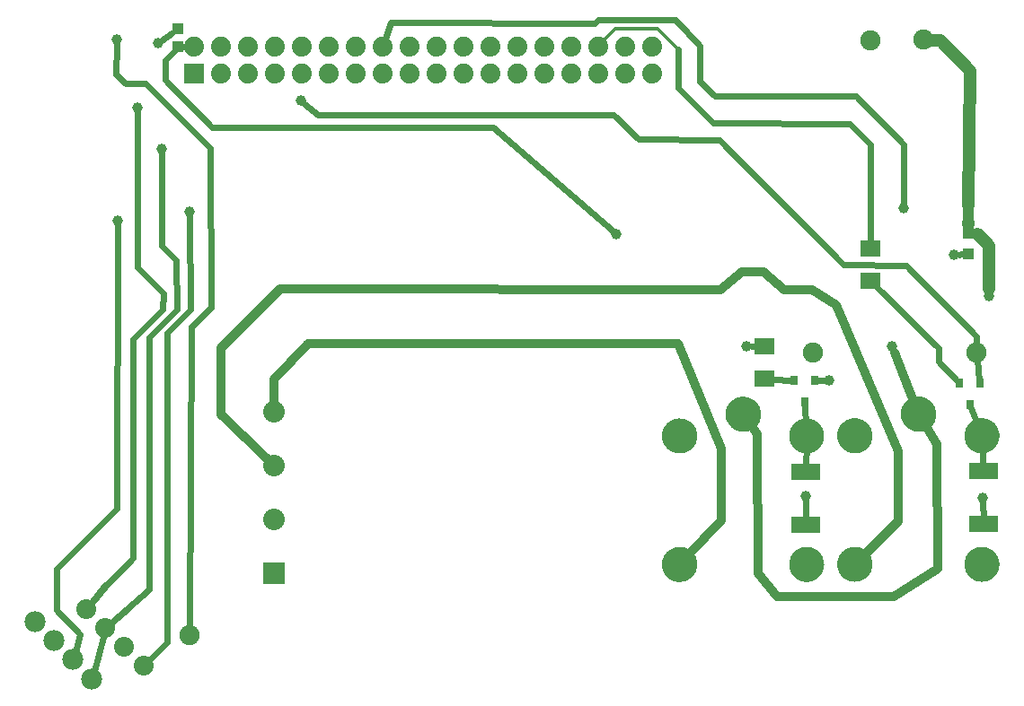
<source format=gbl>
G04 MADE WITH FRITZING*
G04 WWW.FRITZING.ORG*
G04 DOUBLE SIDED*
G04 HOLES PLATED*
G04 CONTOUR ON CENTER OF CONTOUR VECTOR*
%ASAXBY*%
%FSLAX23Y23*%
%MOIN*%
%OFA0B0*%
%SFA1.0B1.0*%
%ADD10C,0.039370*%
%ADD11C,0.078000*%
%ADD12C,0.073889*%
%ADD13C,0.075433*%
%ADD14C,0.080000*%
%ADD15C,0.129921*%
%ADD16C,0.074000*%
%ADD17R,0.106299X0.059055*%
%ADD18R,0.031496X0.035433*%
%ADD19R,0.074803X0.062992*%
%ADD20R,0.039370X0.039370*%
%ADD21R,0.080000X0.080000*%
%ADD22R,0.074000X0.074000*%
%ADD23C,0.024000*%
%ADD24C,0.032000*%
%ADD25C,0.012000*%
%ADD26C,0.048000*%
%ADD27R,0.001000X0.001000*%
%LNCOPPER0*%
G90*
G70*
G54D10*
X3052Y873D03*
X3709Y868D03*
X572Y2318D03*
X766Y1931D03*
X664Y2163D03*
X495Y2570D03*
X648Y2557D03*
G54D11*
X192Y409D03*
X263Y338D03*
X334Y267D03*
X404Y196D03*
G54D10*
X499Y1899D03*
G54D12*
X595Y244D03*
X524Y315D03*
X453Y385D03*
X383Y456D03*
G54D13*
X766Y357D03*
X3080Y1408D03*
X3686Y1409D03*
X3291Y2569D03*
X3488Y2570D03*
G54D10*
X2350Y1849D03*
X1179Y2344D03*
X2832Y1430D03*
X3416Y1943D03*
X3138Y1303D03*
X3602Y1772D03*
X3733Y1619D03*
X3373Y1432D03*
G54D14*
X1079Y587D03*
X1079Y787D03*
X1079Y987D03*
X1079Y1187D03*
G54D15*
X3471Y1179D03*
X3235Y1099D03*
X3235Y620D03*
X3707Y1099D03*
X3707Y620D03*
X2821Y1179D03*
X2585Y1098D03*
X2585Y620D03*
X3057Y1098D03*
X3057Y620D03*
G54D16*
X781Y2544D03*
X881Y2544D03*
X981Y2544D03*
X1081Y2544D03*
X1181Y2544D03*
X1281Y2544D03*
X1381Y2544D03*
X1481Y2544D03*
X1581Y2544D03*
X1681Y2544D03*
X1781Y2544D03*
X1881Y2544D03*
X1981Y2544D03*
X2081Y2544D03*
X2181Y2544D03*
X2281Y2544D03*
X2381Y2544D03*
X2481Y2544D03*
X781Y2444D03*
X881Y2444D03*
X981Y2444D03*
X1081Y2444D03*
X1181Y2444D03*
X1281Y2444D03*
X1381Y2444D03*
X1481Y2444D03*
X1581Y2444D03*
X1681Y2444D03*
X1781Y2444D03*
X1881Y2444D03*
X1981Y2444D03*
X2081Y2444D03*
X2181Y2444D03*
X2281Y2444D03*
X2381Y2444D03*
X2481Y2444D03*
G54D17*
X3053Y767D03*
X3053Y964D03*
X3711Y772D03*
X3711Y969D03*
G54D18*
X3624Y1293D03*
X3699Y1293D03*
X3661Y1214D03*
X3010Y1303D03*
X3085Y1303D03*
X3048Y1224D03*
G54D19*
X3293Y1674D03*
X3293Y1796D03*
X2900Y1432D03*
X2900Y1310D03*
G54D20*
X722Y2543D03*
X722Y2611D03*
X3656Y1773D03*
X3656Y1850D03*
X3656Y1923D03*
G54D21*
X1079Y587D03*
G54D22*
X781Y2444D03*
G54D23*
X750Y2543D02*
X748Y2543D01*
D02*
X3054Y988D02*
X3056Y1061D01*
D02*
X3710Y849D02*
X3711Y796D01*
D02*
X3708Y1062D02*
X3710Y993D01*
D02*
X769Y1568D02*
X683Y1480D01*
D02*
X683Y1480D02*
X683Y332D01*
D02*
X766Y1912D02*
X769Y1568D01*
D02*
X683Y332D02*
X619Y268D01*
D02*
X662Y1803D02*
X664Y2144D01*
D02*
X718Y1568D02*
X717Y1751D01*
D02*
X717Y1751D02*
X662Y1803D01*
D02*
X616Y1464D02*
X718Y1568D01*
D02*
X617Y529D02*
X616Y1464D01*
D02*
X479Y408D02*
X617Y529D01*
G54D24*
D02*
X2871Y1105D02*
X2845Y1144D01*
D02*
X2875Y589D02*
X2871Y1105D01*
D02*
X2947Y500D02*
X2875Y589D01*
D02*
X3380Y502D02*
X2947Y500D01*
D02*
X3540Y1069D02*
X3541Y605D01*
D02*
X3541Y605D02*
X3380Y502D01*
D02*
X3494Y1144D02*
X3540Y1069D01*
G54D23*
D02*
X3053Y791D02*
X3052Y854D01*
D02*
X3629Y1773D02*
X3621Y1772D01*
D02*
X700Y2595D02*
X663Y2568D01*
D02*
X556Y643D02*
X451Y537D01*
D02*
X451Y537D02*
X405Y482D01*
D02*
X571Y1726D02*
X668Y1629D01*
D02*
X668Y1629D02*
X667Y1567D01*
D02*
X667Y1567D02*
X557Y1457D01*
D02*
X557Y1457D02*
X556Y643D01*
D02*
X572Y2299D02*
X571Y1726D01*
D02*
X359Y360D02*
X272Y450D01*
D02*
X272Y450D02*
X272Y603D01*
D02*
X272Y603D02*
X496Y827D01*
D02*
X496Y827D02*
X499Y1880D01*
D02*
X341Y296D02*
X359Y360D01*
D02*
X445Y352D02*
X412Y226D01*
G54D25*
D02*
X2579Y2534D02*
X2504Y2610D01*
D02*
X2345Y2611D02*
X2298Y2563D01*
D02*
X2504Y2610D02*
X2345Y2611D01*
G54D23*
D02*
X3216Y2259D02*
X2710Y2260D01*
D02*
X3292Y2181D02*
X3216Y2259D01*
D02*
X3293Y1822D02*
X3292Y2181D01*
D02*
X2578Y2392D02*
X2579Y2534D01*
D02*
X2710Y2260D02*
X2578Y2392D01*
D02*
X453Y385D02*
X540Y458D01*
D02*
X383Y456D02*
X453Y544D01*
D02*
X1892Y2246D02*
X2335Y1861D01*
D02*
X850Y2243D02*
X1892Y2246D01*
G54D24*
D02*
X884Y1425D02*
X1102Y1643D01*
D02*
X884Y1178D02*
X884Y1425D01*
D02*
X2738Y784D02*
X2613Y650D01*
D02*
X2739Y1051D02*
X2738Y784D01*
D02*
X2578Y1442D02*
X2739Y1051D01*
D02*
X3165Y1585D02*
X3396Y1042D01*
D02*
X3076Y1642D02*
X3165Y1585D01*
D02*
X2896Y1709D02*
X2972Y1642D01*
D02*
X2815Y1709D02*
X2896Y1709D01*
D02*
X2735Y1642D02*
X2815Y1709D01*
D02*
X2972Y1642D02*
X3076Y1642D01*
D02*
X1102Y1643D02*
X2735Y1642D01*
D02*
X1080Y1308D02*
X1207Y1441D01*
D02*
X1207Y1441D02*
X2578Y1442D01*
D02*
X1079Y1224D02*
X1080Y1308D01*
D02*
X3396Y780D02*
X3265Y650D01*
D02*
X3396Y1042D02*
X3396Y780D01*
D02*
X1053Y1013D02*
X884Y1178D01*
G54D23*
D02*
X675Y2420D02*
X850Y2243D01*
D02*
X3191Y1734D02*
X3427Y1732D01*
D02*
X3119Y1303D02*
X3095Y1303D01*
D02*
X1513Y2633D02*
X1491Y2573D01*
D02*
X2281Y2644D02*
X2270Y2631D01*
D02*
X2270Y2631D02*
X1513Y2633D01*
D02*
X2715Y2361D02*
X2660Y2414D01*
D02*
X2660Y2414D02*
X2659Y2548D01*
D02*
X2659Y2548D02*
X2568Y2644D01*
D02*
X2568Y2644D02*
X2281Y2644D01*
D02*
X3416Y1962D02*
X3416Y2181D01*
D02*
X3238Y2362D02*
X2715Y2361D01*
D02*
X3416Y2181D02*
X3238Y2362D01*
D02*
X2868Y1431D02*
X2851Y1431D01*
D02*
X2932Y1308D02*
X3000Y1304D01*
D02*
X3054Y1134D02*
X3049Y1212D01*
D02*
X1193Y2332D02*
X1242Y2292D01*
D02*
X2732Y2197D02*
X3191Y1734D01*
D02*
X2340Y2292D02*
X2432Y2200D01*
D02*
X2432Y2200D02*
X2732Y2197D01*
D02*
X1242Y2292D02*
X2340Y2292D01*
D02*
X3686Y1469D02*
X3686Y1437D01*
D02*
X3427Y1732D02*
X3686Y1469D01*
D02*
X675Y2496D02*
X675Y2420D01*
D02*
X722Y2542D02*
X675Y2496D01*
D02*
X750Y2543D02*
X722Y2542D01*
D02*
X602Y2408D02*
X529Y2407D01*
D02*
X772Y1504D02*
X845Y1575D01*
D02*
X845Y1575D02*
X843Y2168D01*
D02*
X843Y2168D02*
X602Y2408D01*
D02*
X767Y386D02*
X772Y1504D01*
D02*
X494Y2442D02*
X495Y2551D01*
D02*
X529Y2407D02*
X494Y2442D01*
D02*
X3689Y1380D02*
X3697Y1305D01*
D02*
X3694Y1133D02*
X3666Y1202D01*
D02*
X3545Y1423D02*
X3319Y1648D01*
D02*
X3546Y1374D02*
X3545Y1423D01*
D02*
X3614Y1304D02*
X3546Y1374D01*
G54D26*
D02*
X3662Y2454D02*
X3656Y1956D01*
D02*
X3554Y2568D02*
X3662Y2454D01*
D02*
X3522Y2569D02*
X3554Y2568D01*
D02*
X3656Y1891D02*
X3656Y1883D01*
G54D24*
D02*
X3381Y1409D02*
X3456Y1219D01*
G54D26*
D02*
X3732Y1804D02*
X3733Y1643D01*
D02*
X3697Y1846D02*
X3732Y1804D01*
D02*
X3688Y1847D02*
X3697Y1846D01*
G54D27*
X3462Y1244D02*
X3479Y1244D01*
X2810Y1243D02*
X2830Y1243D01*
X3457Y1243D02*
X3484Y1243D01*
X2805Y1242D02*
X2835Y1242D01*
X3453Y1242D02*
X3488Y1242D01*
X2801Y1241D02*
X2839Y1241D01*
X3449Y1241D02*
X3491Y1241D01*
X2798Y1240D02*
X2841Y1240D01*
X3447Y1240D02*
X3494Y1240D01*
X2796Y1239D02*
X2844Y1239D01*
X3444Y1239D02*
X3496Y1239D01*
X2793Y1238D02*
X2846Y1238D01*
X3442Y1238D02*
X3498Y1238D01*
X2791Y1237D02*
X2848Y1237D01*
X3440Y1237D02*
X3500Y1237D01*
X2789Y1236D02*
X2850Y1236D01*
X3439Y1236D02*
X3502Y1236D01*
X2788Y1235D02*
X2852Y1235D01*
X3437Y1235D02*
X3504Y1235D01*
X2786Y1234D02*
X2854Y1234D01*
X3435Y1234D02*
X3505Y1234D01*
X2785Y1233D02*
X2855Y1233D01*
X3434Y1233D02*
X3507Y1233D01*
X2783Y1232D02*
X2857Y1232D01*
X3433Y1232D02*
X3508Y1232D01*
X2782Y1231D02*
X2858Y1231D01*
X3431Y1231D02*
X3510Y1231D01*
X2780Y1230D02*
X2859Y1230D01*
X3430Y1230D02*
X3511Y1230D01*
X2779Y1229D02*
X2861Y1229D01*
X3429Y1229D02*
X3512Y1229D01*
X2778Y1228D02*
X2862Y1228D01*
X3428Y1228D02*
X3513Y1228D01*
X2777Y1227D02*
X2863Y1227D01*
X3426Y1227D02*
X3514Y1227D01*
X2776Y1226D02*
X2864Y1226D01*
X3425Y1226D02*
X3515Y1226D01*
X2775Y1225D02*
X2865Y1225D01*
X3424Y1225D02*
X3516Y1225D01*
X2774Y1224D02*
X2866Y1224D01*
X3423Y1224D02*
X3517Y1224D01*
X2773Y1223D02*
X2867Y1223D01*
X3423Y1223D02*
X3518Y1223D01*
X2772Y1222D02*
X2868Y1222D01*
X3422Y1222D02*
X3519Y1222D01*
X2771Y1221D02*
X2869Y1221D01*
X3421Y1221D02*
X3520Y1221D01*
X2770Y1220D02*
X2870Y1220D01*
X3420Y1220D02*
X3521Y1220D01*
X2769Y1219D02*
X2870Y1219D01*
X3419Y1219D02*
X3521Y1219D01*
X2769Y1218D02*
X2871Y1218D01*
X3419Y1218D02*
X3522Y1218D01*
X2768Y1217D02*
X2872Y1217D01*
X3418Y1217D02*
X3523Y1217D01*
X2767Y1216D02*
X2873Y1216D01*
X3417Y1216D02*
X3524Y1216D01*
X2767Y1215D02*
X2873Y1215D01*
X3416Y1215D02*
X3524Y1215D01*
X2766Y1214D02*
X2874Y1214D01*
X3416Y1214D02*
X3525Y1214D01*
X2765Y1213D02*
X2875Y1213D01*
X3415Y1213D02*
X3526Y1213D01*
X2765Y1212D02*
X2875Y1212D01*
X3415Y1212D02*
X3526Y1212D01*
X2764Y1211D02*
X2876Y1211D01*
X3414Y1211D02*
X3527Y1211D01*
X2763Y1210D02*
X2876Y1210D01*
X3413Y1210D02*
X3527Y1210D01*
X2763Y1209D02*
X2877Y1209D01*
X3413Y1209D02*
X3528Y1209D01*
X2762Y1208D02*
X2877Y1208D01*
X3412Y1208D02*
X3528Y1208D01*
X2762Y1207D02*
X2878Y1207D01*
X3412Y1207D02*
X3529Y1207D01*
X2761Y1206D02*
X2878Y1206D01*
X3411Y1206D02*
X3529Y1206D01*
X2761Y1205D02*
X2879Y1205D01*
X3411Y1205D02*
X3465Y1205D01*
X3476Y1205D02*
X3530Y1205D01*
X2761Y1204D02*
X2814Y1204D01*
X2826Y1204D02*
X2879Y1204D01*
X3411Y1204D02*
X3462Y1204D01*
X3479Y1204D02*
X3530Y1204D01*
X2760Y1203D02*
X2811Y1203D01*
X2829Y1203D02*
X2880Y1203D01*
X3410Y1203D02*
X3459Y1203D01*
X3482Y1203D02*
X3530Y1203D01*
X2760Y1202D02*
X2808Y1202D01*
X2832Y1202D02*
X2880Y1202D01*
X3410Y1202D02*
X3457Y1202D01*
X3483Y1202D02*
X3531Y1202D01*
X2759Y1201D02*
X2806Y1201D01*
X2833Y1201D02*
X2880Y1201D01*
X3410Y1201D02*
X3455Y1201D01*
X3485Y1201D02*
X3531Y1201D01*
X2759Y1200D02*
X2805Y1200D01*
X2835Y1200D02*
X2881Y1200D01*
X3409Y1200D02*
X3454Y1200D01*
X3486Y1200D02*
X3532Y1200D01*
X2759Y1199D02*
X2804Y1199D01*
X2836Y1199D02*
X2881Y1199D01*
X3409Y1199D02*
X3453Y1199D01*
X3488Y1199D02*
X3532Y1199D01*
X2758Y1198D02*
X2802Y1198D01*
X2837Y1198D02*
X2881Y1198D01*
X3409Y1198D02*
X3452Y1198D01*
X3489Y1198D02*
X3532Y1198D01*
X2758Y1197D02*
X2801Y1197D01*
X2839Y1197D02*
X2882Y1197D01*
X3408Y1197D02*
X3451Y1197D01*
X3490Y1197D02*
X3532Y1197D01*
X2758Y1196D02*
X2800Y1196D01*
X2839Y1196D02*
X2882Y1196D01*
X3408Y1196D02*
X3450Y1196D01*
X3491Y1196D02*
X3533Y1196D01*
X2758Y1195D02*
X2800Y1195D01*
X2840Y1195D02*
X2882Y1195D01*
X3408Y1195D02*
X3449Y1195D01*
X3491Y1195D02*
X3533Y1195D01*
X2757Y1194D02*
X2799Y1194D01*
X2841Y1194D02*
X2882Y1194D01*
X3408Y1194D02*
X3449Y1194D01*
X3492Y1194D02*
X3533Y1194D01*
X2757Y1193D02*
X2798Y1193D01*
X2842Y1193D02*
X2883Y1193D01*
X3407Y1193D02*
X3448Y1193D01*
X3493Y1193D02*
X3533Y1193D01*
X2757Y1192D02*
X2797Y1192D01*
X2842Y1192D02*
X2883Y1192D01*
X3407Y1192D02*
X3447Y1192D01*
X3493Y1192D02*
X3534Y1192D01*
X2757Y1191D02*
X2797Y1191D01*
X2843Y1191D02*
X2883Y1191D01*
X3407Y1191D02*
X3447Y1191D01*
X3494Y1191D02*
X3534Y1191D01*
X2757Y1190D02*
X2796Y1190D01*
X2844Y1190D02*
X2883Y1190D01*
X3407Y1190D02*
X3446Y1190D01*
X3494Y1190D02*
X3534Y1190D01*
X2756Y1189D02*
X2796Y1189D01*
X2844Y1189D02*
X2883Y1189D01*
X3407Y1189D02*
X3446Y1189D01*
X3495Y1189D02*
X3534Y1189D01*
X2756Y1188D02*
X2795Y1188D01*
X2844Y1188D02*
X2884Y1188D01*
X3407Y1188D02*
X3446Y1188D01*
X3495Y1188D02*
X3534Y1188D01*
X2756Y1187D02*
X2795Y1187D01*
X2845Y1187D02*
X2884Y1187D01*
X3406Y1187D02*
X3445Y1187D01*
X3495Y1187D02*
X3534Y1187D01*
X2756Y1186D02*
X2795Y1186D01*
X2845Y1186D02*
X2884Y1186D01*
X3406Y1186D02*
X3445Y1186D01*
X3496Y1186D02*
X3534Y1186D01*
X2756Y1185D02*
X2794Y1185D01*
X2845Y1185D02*
X2884Y1185D01*
X3406Y1185D02*
X3445Y1185D01*
X3496Y1185D02*
X3535Y1185D01*
X2756Y1184D02*
X2794Y1184D01*
X2846Y1184D02*
X2884Y1184D01*
X3406Y1184D02*
X3445Y1184D01*
X3496Y1184D02*
X3535Y1184D01*
X2756Y1183D02*
X2794Y1183D01*
X2846Y1183D02*
X2884Y1183D01*
X3406Y1183D02*
X3444Y1183D01*
X3496Y1183D02*
X3535Y1183D01*
X2756Y1182D02*
X2794Y1182D01*
X2846Y1182D02*
X2884Y1182D01*
X3406Y1182D02*
X3444Y1182D01*
X3496Y1182D02*
X3535Y1182D01*
X2756Y1181D02*
X2794Y1181D01*
X2846Y1181D02*
X2884Y1181D01*
X3406Y1181D02*
X3444Y1181D01*
X3496Y1181D02*
X3535Y1181D01*
X2756Y1180D02*
X2794Y1180D01*
X2846Y1180D02*
X2884Y1180D01*
X3406Y1180D02*
X3444Y1180D01*
X3496Y1180D02*
X3535Y1180D01*
X2756Y1179D02*
X2794Y1179D01*
X2846Y1179D02*
X2884Y1179D01*
X3406Y1179D02*
X3444Y1179D01*
X3496Y1179D02*
X3535Y1179D01*
X2756Y1178D02*
X2794Y1178D01*
X2846Y1178D02*
X2884Y1178D01*
X3406Y1178D02*
X3444Y1178D01*
X3496Y1178D02*
X3535Y1178D01*
X2756Y1177D02*
X2794Y1177D01*
X2846Y1177D02*
X2884Y1177D01*
X3406Y1177D02*
X3444Y1177D01*
X3496Y1177D02*
X3535Y1177D01*
X2756Y1176D02*
X2794Y1176D01*
X2846Y1176D02*
X2884Y1176D01*
X3406Y1176D02*
X3445Y1176D01*
X3496Y1176D02*
X3535Y1176D01*
X2756Y1175D02*
X2794Y1175D01*
X2846Y1175D02*
X2884Y1175D01*
X3406Y1175D02*
X3445Y1175D01*
X3496Y1175D02*
X3535Y1175D01*
X2756Y1174D02*
X2794Y1174D01*
X2846Y1174D02*
X2884Y1174D01*
X3406Y1174D02*
X3445Y1174D01*
X3496Y1174D02*
X3534Y1174D01*
X2756Y1173D02*
X2794Y1173D01*
X2845Y1173D02*
X2884Y1173D01*
X3406Y1173D02*
X3445Y1173D01*
X3496Y1173D02*
X3534Y1173D01*
X2756Y1172D02*
X2795Y1172D01*
X2845Y1172D02*
X2884Y1172D01*
X3407Y1172D02*
X3445Y1172D01*
X3495Y1172D02*
X3534Y1172D01*
X2756Y1171D02*
X2795Y1171D01*
X2845Y1171D02*
X2884Y1171D01*
X3407Y1171D02*
X3446Y1171D01*
X3495Y1171D02*
X3534Y1171D01*
X2756Y1170D02*
X2795Y1170D01*
X2844Y1170D02*
X2884Y1170D01*
X3407Y1170D02*
X3446Y1170D01*
X3495Y1170D02*
X3534Y1170D01*
X2756Y1169D02*
X2796Y1169D01*
X2844Y1169D02*
X2883Y1169D01*
X3407Y1169D02*
X3447Y1169D01*
X3494Y1169D02*
X3534Y1169D01*
X2757Y1168D02*
X2796Y1168D01*
X2844Y1168D02*
X2883Y1168D01*
X3407Y1168D02*
X3447Y1168D01*
X3494Y1168D02*
X3534Y1168D01*
X2757Y1167D02*
X2797Y1167D01*
X2843Y1167D02*
X2883Y1167D01*
X3407Y1167D02*
X3448Y1167D01*
X3493Y1167D02*
X3533Y1167D01*
X2757Y1166D02*
X2797Y1166D01*
X2842Y1166D02*
X2883Y1166D01*
X3408Y1166D02*
X3448Y1166D01*
X3492Y1166D02*
X3533Y1166D01*
X2757Y1165D02*
X2798Y1165D01*
X2842Y1165D02*
X2883Y1165D01*
X3408Y1165D02*
X3449Y1165D01*
X3492Y1165D02*
X3533Y1165D01*
X2757Y1164D02*
X2799Y1164D01*
X2841Y1164D02*
X2882Y1164D01*
X3234Y1164D02*
X3234Y1164D01*
X3408Y1164D02*
X3450Y1164D01*
X3491Y1164D02*
X3533Y1164D01*
X2580Y1163D02*
X2587Y1163D01*
X2758Y1163D02*
X2800Y1163D01*
X2840Y1163D02*
X2882Y1163D01*
X3053Y1163D02*
X3060Y1163D01*
X3224Y1163D02*
X3244Y1163D01*
X3408Y1163D02*
X3451Y1163D01*
X3490Y1163D02*
X3532Y1163D01*
X3697Y1163D02*
X3717Y1163D01*
X2572Y1162D02*
X2595Y1162D01*
X2758Y1162D02*
X2800Y1162D01*
X2840Y1162D02*
X2882Y1162D01*
X3045Y1162D02*
X3068Y1162D01*
X3219Y1162D02*
X3249Y1162D01*
X3409Y1162D02*
X3451Y1162D01*
X3489Y1162D02*
X3532Y1162D01*
X3692Y1162D02*
X3722Y1162D01*
X2568Y1161D02*
X2600Y1161D01*
X2758Y1161D02*
X2801Y1161D01*
X2839Y1161D02*
X2882Y1161D01*
X3040Y1161D02*
X3072Y1161D01*
X3215Y1161D02*
X3253Y1161D01*
X3409Y1161D02*
X3453Y1161D01*
X3488Y1161D02*
X3532Y1161D01*
X3688Y1161D02*
X3725Y1161D01*
X2564Y1160D02*
X2603Y1160D01*
X2758Y1160D02*
X2802Y1160D01*
X2838Y1160D02*
X2881Y1160D01*
X3037Y1160D02*
X3076Y1160D01*
X3212Y1160D02*
X3256Y1160D01*
X3409Y1160D02*
X3454Y1160D01*
X3487Y1160D02*
X3532Y1160D01*
X3685Y1160D02*
X3728Y1160D01*
X2561Y1159D02*
X2606Y1159D01*
X2759Y1159D02*
X2804Y1159D01*
X2836Y1159D02*
X2881Y1159D01*
X3034Y1159D02*
X3078Y1159D01*
X3210Y1159D02*
X3259Y1159D01*
X3409Y1159D02*
X3455Y1159D01*
X3486Y1159D02*
X3531Y1159D01*
X3682Y1159D02*
X3731Y1159D01*
X2559Y1158D02*
X2609Y1158D01*
X2759Y1158D02*
X2805Y1158D01*
X2835Y1158D02*
X2881Y1158D01*
X3031Y1158D02*
X3081Y1158D01*
X3208Y1158D02*
X3261Y1158D01*
X3410Y1158D02*
X3456Y1158D01*
X3484Y1158D02*
X3531Y1158D01*
X3680Y1158D02*
X3733Y1158D01*
X2557Y1157D02*
X2611Y1157D01*
X2759Y1157D02*
X2806Y1157D01*
X2833Y1157D02*
X2880Y1157D01*
X3029Y1157D02*
X3083Y1157D01*
X3206Y1157D02*
X3263Y1157D01*
X3410Y1157D02*
X3458Y1157D01*
X3482Y1157D02*
X3531Y1157D01*
X3678Y1157D02*
X3735Y1157D01*
X2555Y1156D02*
X2613Y1156D01*
X2760Y1156D02*
X2808Y1156D01*
X2832Y1156D02*
X2880Y1156D01*
X3027Y1156D02*
X3085Y1156D01*
X3204Y1156D02*
X3265Y1156D01*
X3410Y1156D02*
X3460Y1156D01*
X3480Y1156D02*
X3530Y1156D01*
X3676Y1156D02*
X3737Y1156D01*
X2553Y1155D02*
X2615Y1155D01*
X2760Y1155D02*
X2811Y1155D01*
X2829Y1155D02*
X2880Y1155D01*
X3025Y1155D02*
X3087Y1155D01*
X3202Y1155D02*
X3266Y1155D01*
X3411Y1155D02*
X3463Y1155D01*
X3478Y1155D02*
X3530Y1155D01*
X3674Y1155D02*
X3739Y1155D01*
X2551Y1154D02*
X2616Y1154D01*
X2761Y1154D02*
X2814Y1154D01*
X2826Y1154D02*
X2879Y1154D01*
X3024Y1154D02*
X3089Y1154D01*
X3200Y1154D02*
X3268Y1154D01*
X3411Y1154D02*
X3529Y1154D01*
X3673Y1154D02*
X3740Y1154D01*
X2550Y1153D02*
X2618Y1153D01*
X2761Y1153D02*
X2879Y1153D01*
X3022Y1153D02*
X3090Y1153D01*
X3199Y1153D02*
X3270Y1153D01*
X3412Y1153D02*
X3529Y1153D01*
X3671Y1153D02*
X3742Y1153D01*
X2548Y1152D02*
X2620Y1152D01*
X2761Y1152D02*
X2878Y1152D01*
X3020Y1152D02*
X3092Y1152D01*
X3197Y1152D02*
X3271Y1152D01*
X3412Y1152D02*
X3528Y1152D01*
X3670Y1152D02*
X3743Y1152D01*
X2547Y1151D02*
X2621Y1151D01*
X2762Y1151D02*
X2878Y1151D01*
X3019Y1151D02*
X3093Y1151D01*
X3196Y1151D02*
X3272Y1151D01*
X3413Y1151D02*
X3528Y1151D01*
X3668Y1151D02*
X3745Y1151D01*
X2545Y1150D02*
X2622Y1150D01*
X2762Y1150D02*
X2877Y1150D01*
X3018Y1150D02*
X3095Y1150D01*
X3195Y1150D02*
X3274Y1150D01*
X3413Y1150D02*
X3528Y1150D01*
X3667Y1150D02*
X3746Y1150D01*
X2544Y1149D02*
X2624Y1149D01*
X2763Y1149D02*
X2877Y1149D01*
X3016Y1149D02*
X3096Y1149D01*
X3193Y1149D02*
X3275Y1149D01*
X3414Y1149D02*
X3527Y1149D01*
X3666Y1149D02*
X3748Y1149D01*
X2543Y1148D02*
X2625Y1148D01*
X2763Y1148D02*
X2876Y1148D01*
X3015Y1148D02*
X3097Y1148D01*
X3192Y1148D02*
X3276Y1148D01*
X3414Y1148D02*
X3526Y1148D01*
X3664Y1148D02*
X3749Y1148D01*
X2541Y1147D02*
X2626Y1147D01*
X2764Y1147D02*
X2876Y1147D01*
X3014Y1147D02*
X3098Y1147D01*
X3191Y1147D02*
X3277Y1147D01*
X3415Y1147D02*
X3526Y1147D01*
X3663Y1147D02*
X3750Y1147D01*
X2540Y1146D02*
X2627Y1146D01*
X2765Y1146D02*
X2875Y1146D01*
X3013Y1146D02*
X3100Y1146D01*
X3190Y1146D02*
X3279Y1146D01*
X3416Y1146D02*
X3525Y1146D01*
X3662Y1146D02*
X3751Y1146D01*
X2539Y1145D02*
X2628Y1145D01*
X2765Y1145D02*
X2875Y1145D01*
X3012Y1145D02*
X3101Y1145D01*
X3189Y1145D02*
X3280Y1145D01*
X3416Y1145D02*
X3525Y1145D01*
X3661Y1145D02*
X3752Y1145D01*
X2538Y1144D02*
X2629Y1144D01*
X2766Y1144D02*
X2874Y1144D01*
X3011Y1144D02*
X3102Y1144D01*
X3188Y1144D02*
X3281Y1144D01*
X3417Y1144D02*
X3524Y1144D01*
X3660Y1144D02*
X3753Y1144D01*
X2537Y1143D02*
X2630Y1143D01*
X2767Y1143D02*
X2873Y1143D01*
X3010Y1143D02*
X3103Y1143D01*
X3187Y1143D02*
X3281Y1143D01*
X3417Y1143D02*
X3523Y1143D01*
X3659Y1143D02*
X3754Y1143D01*
X2536Y1142D02*
X2631Y1142D01*
X2767Y1142D02*
X2873Y1142D01*
X3009Y1142D02*
X3104Y1142D01*
X3186Y1142D02*
X3282Y1142D01*
X3418Y1142D02*
X3523Y1142D01*
X3658Y1142D02*
X3755Y1142D01*
X2535Y1141D02*
X2632Y1141D01*
X2768Y1141D02*
X2872Y1141D01*
X3008Y1141D02*
X3104Y1141D01*
X3185Y1141D02*
X3283Y1141D01*
X3419Y1141D02*
X3522Y1141D01*
X3658Y1141D02*
X3756Y1141D01*
X2535Y1140D02*
X2633Y1140D01*
X2769Y1140D02*
X2871Y1140D01*
X3007Y1140D02*
X3105Y1140D01*
X3184Y1140D02*
X3284Y1140D01*
X3420Y1140D02*
X3521Y1140D01*
X3657Y1140D02*
X3756Y1140D01*
X2534Y1139D02*
X2634Y1139D01*
X2769Y1139D02*
X2870Y1139D01*
X3006Y1139D02*
X3106Y1139D01*
X3184Y1139D02*
X3285Y1139D01*
X3420Y1139D02*
X3520Y1139D01*
X3656Y1139D02*
X3757Y1139D01*
X2533Y1138D02*
X2634Y1138D01*
X2770Y1138D02*
X2870Y1138D01*
X3005Y1138D02*
X3107Y1138D01*
X3183Y1138D02*
X3285Y1138D01*
X3421Y1138D02*
X3520Y1138D01*
X3655Y1138D02*
X3758Y1138D01*
X2532Y1137D02*
X2635Y1137D01*
X2771Y1137D02*
X2869Y1137D01*
X3005Y1137D02*
X3108Y1137D01*
X3182Y1137D02*
X3286Y1137D01*
X3422Y1137D02*
X3519Y1137D01*
X3655Y1137D02*
X3759Y1137D01*
X2532Y1136D02*
X2636Y1136D01*
X2772Y1136D02*
X2868Y1136D01*
X3004Y1136D02*
X3108Y1136D01*
X3181Y1136D02*
X3287Y1136D01*
X3423Y1136D02*
X3518Y1136D01*
X3654Y1136D02*
X3759Y1136D01*
X2531Y1135D02*
X2637Y1135D01*
X2773Y1135D02*
X2867Y1135D01*
X3003Y1135D02*
X3109Y1135D01*
X3181Y1135D02*
X3288Y1135D01*
X3424Y1135D02*
X3517Y1135D01*
X3653Y1135D02*
X3760Y1135D01*
X2530Y1134D02*
X2637Y1134D01*
X2774Y1134D02*
X2866Y1134D01*
X3003Y1134D02*
X3110Y1134D01*
X3180Y1134D02*
X3288Y1134D01*
X3425Y1134D02*
X3516Y1134D01*
X3652Y1134D02*
X3761Y1134D01*
X2530Y1133D02*
X2638Y1133D01*
X2775Y1133D02*
X2865Y1133D01*
X3002Y1133D02*
X3110Y1133D01*
X3179Y1133D02*
X3289Y1133D01*
X3426Y1133D02*
X3515Y1133D01*
X3652Y1133D02*
X3761Y1133D01*
X2529Y1132D02*
X2639Y1132D01*
X2776Y1132D02*
X2864Y1132D01*
X3001Y1132D02*
X3111Y1132D01*
X3179Y1132D02*
X3290Y1132D01*
X3427Y1132D02*
X3514Y1132D01*
X3651Y1132D02*
X3762Y1132D01*
X2528Y1131D02*
X2639Y1131D01*
X2777Y1131D02*
X2863Y1131D01*
X3001Y1131D02*
X3112Y1131D01*
X3178Y1131D02*
X3290Y1131D01*
X3428Y1131D02*
X3513Y1131D01*
X3651Y1131D02*
X3762Y1131D01*
X2528Y1130D02*
X2640Y1130D01*
X2778Y1130D02*
X2862Y1130D01*
X3000Y1130D02*
X3112Y1130D01*
X3178Y1130D02*
X3291Y1130D01*
X3429Y1130D02*
X3512Y1130D01*
X3650Y1130D02*
X3763Y1130D01*
X2527Y1129D02*
X2640Y1129D01*
X2779Y1129D02*
X2861Y1129D01*
X2999Y1129D02*
X3113Y1129D01*
X3177Y1129D02*
X3291Y1129D01*
X3431Y1129D02*
X3510Y1129D01*
X3650Y1129D02*
X3764Y1129D01*
X2527Y1128D02*
X2641Y1128D01*
X2780Y1128D02*
X2859Y1128D01*
X2999Y1128D02*
X3113Y1128D01*
X3177Y1128D02*
X3292Y1128D01*
X3432Y1128D02*
X3509Y1128D01*
X3649Y1128D02*
X3764Y1128D01*
X2526Y1127D02*
X2641Y1127D01*
X2782Y1127D02*
X2858Y1127D01*
X2998Y1127D02*
X3114Y1127D01*
X3176Y1127D02*
X3292Y1127D01*
X3433Y1127D02*
X3507Y1127D01*
X3649Y1127D02*
X3765Y1127D01*
X2526Y1126D02*
X2642Y1126D01*
X2783Y1126D02*
X2857Y1126D01*
X2998Y1126D02*
X3114Y1126D01*
X3176Y1126D02*
X3293Y1126D01*
X3435Y1126D02*
X3506Y1126D01*
X3648Y1126D02*
X3765Y1126D01*
X2525Y1125D02*
X2642Y1125D01*
X2785Y1125D02*
X2855Y1125D01*
X2998Y1125D02*
X3115Y1125D01*
X3175Y1125D02*
X3293Y1125D01*
X3436Y1125D02*
X3505Y1125D01*
X3648Y1125D02*
X3766Y1125D01*
X2525Y1124D02*
X2643Y1124D01*
X2786Y1124D02*
X2854Y1124D01*
X2997Y1124D02*
X3115Y1124D01*
X3175Y1124D02*
X3228Y1124D01*
X3241Y1124D02*
X3294Y1124D01*
X3438Y1124D02*
X3503Y1124D01*
X3647Y1124D02*
X3700Y1124D01*
X3713Y1124D02*
X3766Y1124D01*
X2524Y1123D02*
X2576Y1123D01*
X2591Y1123D02*
X2643Y1123D01*
X2788Y1123D02*
X2852Y1123D01*
X2997Y1123D02*
X3049Y1123D01*
X3064Y1123D02*
X3116Y1123D01*
X3174Y1123D02*
X3225Y1123D01*
X3244Y1123D02*
X3294Y1123D01*
X3439Y1123D02*
X3501Y1123D01*
X3647Y1123D02*
X3697Y1123D01*
X3716Y1123D02*
X3766Y1123D01*
X2524Y1122D02*
X2574Y1122D01*
X2594Y1122D02*
X2644Y1122D01*
X2789Y1122D02*
X2850Y1122D01*
X2996Y1122D02*
X3046Y1122D01*
X3066Y1122D02*
X3116Y1122D01*
X3174Y1122D02*
X3222Y1122D01*
X3246Y1122D02*
X3294Y1122D01*
X3441Y1122D02*
X3499Y1122D01*
X3646Y1122D02*
X3695Y1122D01*
X3718Y1122D02*
X3767Y1122D01*
X2524Y1121D02*
X2572Y1121D01*
X2596Y1121D02*
X2644Y1121D01*
X2791Y1121D02*
X2849Y1121D01*
X2996Y1121D02*
X3044Y1121D01*
X3068Y1121D02*
X3116Y1121D01*
X3174Y1121D02*
X3221Y1121D01*
X3248Y1121D02*
X3295Y1121D01*
X3443Y1121D02*
X3497Y1121D01*
X3646Y1121D02*
X3693Y1121D01*
X3720Y1121D02*
X3767Y1121D01*
X2523Y1120D02*
X2570Y1120D01*
X2598Y1120D02*
X2644Y1120D01*
X2793Y1120D02*
X2846Y1120D01*
X2996Y1120D02*
X3042Y1120D01*
X3070Y1120D02*
X3117Y1120D01*
X3173Y1120D02*
X3219Y1120D01*
X3249Y1120D02*
X3295Y1120D01*
X3445Y1120D02*
X3495Y1120D01*
X3646Y1120D02*
X3691Y1120D01*
X3722Y1120D02*
X3767Y1120D01*
X2523Y1119D02*
X2568Y1119D01*
X2599Y1119D02*
X2645Y1119D01*
X2796Y1119D02*
X2844Y1119D01*
X2995Y1119D02*
X3041Y1119D01*
X3072Y1119D02*
X3117Y1119D01*
X3173Y1119D02*
X3218Y1119D01*
X3251Y1119D02*
X3295Y1119D01*
X3448Y1119D02*
X3493Y1119D01*
X3645Y1119D02*
X3690Y1119D01*
X3723Y1119D02*
X3768Y1119D01*
X2522Y1118D02*
X2567Y1118D01*
X2600Y1118D02*
X2645Y1118D01*
X2798Y1118D02*
X2841Y1118D01*
X2995Y1118D02*
X3039Y1118D01*
X3073Y1118D02*
X3117Y1118D01*
X3173Y1118D02*
X3217Y1118D01*
X3252Y1118D02*
X3296Y1118D01*
X3451Y1118D02*
X3490Y1118D01*
X3645Y1118D02*
X3689Y1118D01*
X3724Y1118D02*
X3768Y1118D01*
X2522Y1117D02*
X2566Y1117D01*
X2602Y1117D02*
X2645Y1117D01*
X2801Y1117D02*
X2839Y1117D01*
X2995Y1117D02*
X3038Y1117D01*
X3074Y1117D02*
X3118Y1117D01*
X3172Y1117D02*
X3215Y1117D01*
X3253Y1117D02*
X3296Y1117D01*
X3455Y1117D02*
X3486Y1117D01*
X3645Y1117D02*
X3688Y1117D01*
X3725Y1117D02*
X3768Y1117D01*
X2522Y1116D02*
X2565Y1116D01*
X2603Y1116D02*
X2646Y1116D01*
X2805Y1116D02*
X2835Y1116D01*
X2994Y1116D02*
X3037Y1116D01*
X3075Y1116D02*
X3118Y1116D01*
X3172Y1116D02*
X3215Y1116D01*
X3254Y1116D02*
X3296Y1116D01*
X3459Y1116D02*
X3481Y1116D01*
X3645Y1116D02*
X3687Y1116D01*
X3726Y1116D02*
X3769Y1116D01*
X2522Y1115D02*
X2564Y1115D01*
X2604Y1115D02*
X2646Y1115D01*
X2810Y1115D02*
X2830Y1115D01*
X2994Y1115D02*
X3036Y1115D01*
X3076Y1115D02*
X3118Y1115D01*
X3172Y1115D02*
X3214Y1115D01*
X3255Y1115D02*
X3297Y1115D01*
X3468Y1115D02*
X3473Y1115D01*
X3644Y1115D02*
X3686Y1115D01*
X3727Y1115D02*
X3769Y1115D01*
X2521Y1114D02*
X2563Y1114D01*
X2604Y1114D02*
X2646Y1114D01*
X2994Y1114D02*
X3035Y1114D01*
X3077Y1114D02*
X3119Y1114D01*
X3172Y1114D02*
X3213Y1114D01*
X3255Y1114D02*
X3297Y1114D01*
X3644Y1114D02*
X3685Y1114D01*
X3728Y1114D02*
X3769Y1114D01*
X2521Y1113D02*
X2562Y1113D01*
X2605Y1113D02*
X2646Y1113D01*
X2994Y1113D02*
X3035Y1113D01*
X3078Y1113D02*
X3119Y1113D01*
X3171Y1113D02*
X3212Y1113D01*
X3256Y1113D02*
X3297Y1113D01*
X3644Y1113D02*
X3685Y1113D01*
X3729Y1113D02*
X3769Y1113D01*
X2521Y1112D02*
X2562Y1112D01*
X2606Y1112D02*
X2647Y1112D01*
X2993Y1112D02*
X3034Y1112D01*
X3078Y1112D02*
X3119Y1112D01*
X3171Y1112D02*
X3212Y1112D01*
X3257Y1112D02*
X3297Y1112D01*
X3644Y1112D02*
X3684Y1112D01*
X3729Y1112D02*
X3770Y1112D01*
X2521Y1111D02*
X2561Y1111D01*
X2606Y1111D02*
X2647Y1111D01*
X2993Y1111D02*
X3033Y1111D01*
X3079Y1111D02*
X3119Y1111D01*
X3171Y1111D02*
X3211Y1111D01*
X3257Y1111D02*
X3297Y1111D01*
X3643Y1111D02*
X3683Y1111D01*
X3730Y1111D02*
X3770Y1111D01*
X2521Y1110D02*
X2561Y1110D01*
X2607Y1110D02*
X2647Y1110D01*
X2993Y1110D02*
X3033Y1110D01*
X3079Y1110D02*
X3119Y1110D01*
X3171Y1110D02*
X3211Y1110D01*
X3258Y1110D02*
X3298Y1110D01*
X3643Y1110D02*
X3683Y1110D01*
X3730Y1110D02*
X3770Y1110D01*
X2520Y1109D02*
X2560Y1109D01*
X2607Y1109D02*
X2647Y1109D01*
X2993Y1109D02*
X3032Y1109D01*
X3080Y1109D02*
X3120Y1109D01*
X3171Y1109D02*
X3210Y1109D01*
X3258Y1109D02*
X3298Y1109D01*
X3643Y1109D02*
X3682Y1109D01*
X3731Y1109D02*
X3770Y1109D01*
X2520Y1108D02*
X2560Y1108D01*
X2608Y1108D02*
X2647Y1108D01*
X2993Y1108D02*
X3032Y1108D01*
X3080Y1108D02*
X3120Y1108D01*
X3171Y1108D02*
X3210Y1108D01*
X3259Y1108D02*
X3298Y1108D01*
X3643Y1108D02*
X3682Y1108D01*
X3731Y1108D02*
X3770Y1108D01*
X2520Y1107D02*
X2559Y1107D01*
X2608Y1107D02*
X2647Y1107D01*
X2992Y1107D02*
X3032Y1107D01*
X3081Y1107D02*
X3120Y1107D01*
X3170Y1107D02*
X3209Y1107D01*
X3259Y1107D02*
X3298Y1107D01*
X3643Y1107D02*
X3682Y1107D01*
X3731Y1107D02*
X3770Y1107D01*
X2520Y1106D02*
X2559Y1106D01*
X2609Y1106D02*
X2648Y1106D01*
X2992Y1106D02*
X3031Y1106D01*
X3081Y1106D02*
X3120Y1106D01*
X3170Y1106D02*
X3209Y1106D01*
X3259Y1106D02*
X3298Y1106D01*
X3643Y1106D02*
X3681Y1106D01*
X3732Y1106D02*
X3771Y1106D01*
X2520Y1105D02*
X2559Y1105D01*
X2609Y1105D02*
X2648Y1105D01*
X2992Y1105D02*
X3031Y1105D01*
X3081Y1105D02*
X3120Y1105D01*
X3170Y1105D02*
X3209Y1105D01*
X3260Y1105D02*
X3298Y1105D01*
X3642Y1105D02*
X3681Y1105D01*
X3732Y1105D02*
X3771Y1105D01*
X2520Y1104D02*
X2558Y1104D01*
X2609Y1104D02*
X2648Y1104D01*
X2992Y1104D02*
X3031Y1104D01*
X3082Y1104D02*
X3120Y1104D01*
X3170Y1104D02*
X3208Y1104D01*
X3260Y1104D02*
X3298Y1104D01*
X3642Y1104D02*
X3681Y1104D01*
X3732Y1104D02*
X3771Y1104D01*
X2520Y1103D02*
X2558Y1103D01*
X2610Y1103D02*
X2648Y1103D01*
X2992Y1103D02*
X3030Y1103D01*
X3082Y1103D02*
X3120Y1103D01*
X3170Y1103D02*
X3208Y1103D01*
X3260Y1103D02*
X3298Y1103D01*
X3642Y1103D02*
X3681Y1103D01*
X3732Y1103D02*
X3771Y1103D01*
X2520Y1102D02*
X2558Y1102D01*
X2610Y1102D02*
X2648Y1102D01*
X2992Y1102D02*
X3030Y1102D01*
X3082Y1102D02*
X3120Y1102D01*
X3170Y1102D02*
X3208Y1102D01*
X3260Y1102D02*
X3298Y1102D01*
X3642Y1102D02*
X3681Y1102D01*
X3733Y1102D02*
X3771Y1102D01*
X2519Y1101D02*
X2558Y1101D01*
X2610Y1101D02*
X2648Y1101D01*
X2992Y1101D02*
X3030Y1101D01*
X3082Y1101D02*
X3120Y1101D01*
X3170Y1101D02*
X3208Y1101D01*
X3260Y1101D02*
X3299Y1101D01*
X3642Y1101D02*
X3681Y1101D01*
X3733Y1101D02*
X3771Y1101D01*
X2519Y1100D02*
X2558Y1100D01*
X2610Y1100D02*
X2648Y1100D01*
X2992Y1100D02*
X3030Y1100D01*
X3082Y1100D02*
X3120Y1100D01*
X3170Y1100D02*
X3208Y1100D01*
X3260Y1100D02*
X3299Y1100D01*
X3642Y1100D02*
X3680Y1100D01*
X3733Y1100D02*
X3771Y1100D01*
X2519Y1099D02*
X2558Y1099D01*
X2610Y1099D02*
X2648Y1099D01*
X2992Y1099D02*
X3030Y1099D01*
X3082Y1099D02*
X3121Y1099D01*
X3170Y1099D02*
X3208Y1099D01*
X3260Y1099D02*
X3299Y1099D01*
X3642Y1099D02*
X3680Y1099D01*
X3733Y1099D02*
X3771Y1099D01*
X2519Y1098D02*
X2558Y1098D01*
X2610Y1098D02*
X2648Y1098D01*
X2992Y1098D02*
X3030Y1098D01*
X3082Y1098D02*
X3121Y1098D01*
X3170Y1098D02*
X3208Y1098D01*
X3260Y1098D02*
X3299Y1098D01*
X3642Y1098D02*
X3680Y1098D01*
X3733Y1098D02*
X3771Y1098D01*
X2519Y1097D02*
X2558Y1097D01*
X2610Y1097D02*
X2648Y1097D01*
X2992Y1097D02*
X3030Y1097D01*
X3082Y1097D02*
X3121Y1097D01*
X3170Y1097D02*
X3208Y1097D01*
X3260Y1097D02*
X3299Y1097D01*
X3642Y1097D02*
X3681Y1097D01*
X3733Y1097D02*
X3771Y1097D01*
X2519Y1096D02*
X2558Y1096D01*
X2610Y1096D02*
X2648Y1096D01*
X2992Y1096D02*
X3030Y1096D01*
X3082Y1096D02*
X3120Y1096D01*
X3170Y1096D02*
X3208Y1096D01*
X3260Y1096D02*
X3298Y1096D01*
X3642Y1096D02*
X3681Y1096D01*
X3733Y1096D02*
X3771Y1096D01*
X2520Y1095D02*
X2558Y1095D01*
X2610Y1095D02*
X2648Y1095D01*
X2992Y1095D02*
X3030Y1095D01*
X3082Y1095D02*
X3120Y1095D01*
X3170Y1095D02*
X3208Y1095D01*
X3260Y1095D02*
X3298Y1095D01*
X3642Y1095D02*
X3681Y1095D01*
X3732Y1095D02*
X3771Y1095D01*
X2520Y1094D02*
X2558Y1094D01*
X2610Y1094D02*
X2648Y1094D01*
X2992Y1094D02*
X3030Y1094D01*
X3082Y1094D02*
X3120Y1094D01*
X3170Y1094D02*
X3209Y1094D01*
X3260Y1094D02*
X3298Y1094D01*
X3642Y1094D02*
X3681Y1094D01*
X3732Y1094D02*
X3771Y1094D01*
X2520Y1093D02*
X2558Y1093D01*
X2609Y1093D02*
X2648Y1093D01*
X2992Y1093D02*
X3030Y1093D01*
X3082Y1093D02*
X3120Y1093D01*
X3170Y1093D02*
X3209Y1093D01*
X3260Y1093D02*
X3298Y1093D01*
X3642Y1093D02*
X3681Y1093D01*
X3732Y1093D02*
X3771Y1093D01*
X2520Y1092D02*
X2558Y1092D01*
X2609Y1092D02*
X2648Y1092D01*
X2992Y1092D02*
X3031Y1092D01*
X3082Y1092D02*
X3120Y1092D01*
X3170Y1092D02*
X3209Y1092D01*
X3259Y1092D02*
X3298Y1092D01*
X3643Y1092D02*
X3681Y1092D01*
X3732Y1092D02*
X3771Y1092D01*
X2520Y1091D02*
X2559Y1091D01*
X2609Y1091D02*
X2648Y1091D01*
X2992Y1091D02*
X3031Y1091D01*
X3081Y1091D02*
X3120Y1091D01*
X3170Y1091D02*
X3209Y1091D01*
X3259Y1091D02*
X3298Y1091D01*
X3643Y1091D02*
X3682Y1091D01*
X3731Y1091D02*
X3770Y1091D01*
X2520Y1090D02*
X2559Y1090D01*
X2609Y1090D02*
X2648Y1090D01*
X2992Y1090D02*
X3031Y1090D01*
X3081Y1090D02*
X3120Y1090D01*
X3171Y1090D02*
X3210Y1090D01*
X3259Y1090D02*
X3298Y1090D01*
X3643Y1090D02*
X3682Y1090D01*
X3731Y1090D02*
X3770Y1090D01*
X2520Y1089D02*
X2559Y1089D01*
X2608Y1089D02*
X2647Y1089D01*
X2993Y1089D02*
X3032Y1089D01*
X3080Y1089D02*
X3120Y1089D01*
X3171Y1089D02*
X3210Y1089D01*
X3258Y1089D02*
X3298Y1089D01*
X3643Y1089D02*
X3683Y1089D01*
X3731Y1089D02*
X3770Y1089D01*
X2520Y1088D02*
X2560Y1088D01*
X2608Y1088D02*
X2647Y1088D01*
X2993Y1088D02*
X3032Y1088D01*
X3080Y1088D02*
X3120Y1088D01*
X3171Y1088D02*
X3211Y1088D01*
X3258Y1088D02*
X3298Y1088D01*
X3643Y1088D02*
X3683Y1088D01*
X3730Y1088D02*
X3770Y1088D01*
X2520Y1087D02*
X2560Y1087D01*
X2607Y1087D02*
X2647Y1087D01*
X2993Y1087D02*
X3033Y1087D01*
X3080Y1087D02*
X3119Y1087D01*
X3171Y1087D02*
X3211Y1087D01*
X3257Y1087D02*
X3297Y1087D01*
X3643Y1087D02*
X3684Y1087D01*
X3730Y1087D02*
X3770Y1087D01*
X2521Y1086D02*
X2561Y1086D01*
X2607Y1086D02*
X2647Y1086D01*
X2993Y1086D02*
X3033Y1086D01*
X3079Y1086D02*
X3119Y1086D01*
X3171Y1086D02*
X3212Y1086D01*
X3257Y1086D02*
X3297Y1086D01*
X3644Y1086D02*
X3684Y1086D01*
X3729Y1086D02*
X3770Y1086D01*
X2521Y1085D02*
X2561Y1085D01*
X2606Y1085D02*
X2647Y1085D01*
X2993Y1085D02*
X3034Y1085D01*
X3079Y1085D02*
X3119Y1085D01*
X3171Y1085D02*
X3212Y1085D01*
X3256Y1085D02*
X3297Y1085D01*
X3644Y1085D02*
X3685Y1085D01*
X3729Y1085D02*
X3769Y1085D01*
X2521Y1084D02*
X2562Y1084D01*
X2606Y1084D02*
X2646Y1084D01*
X2993Y1084D02*
X3034Y1084D01*
X3078Y1084D02*
X3119Y1084D01*
X3172Y1084D02*
X3213Y1084D01*
X3255Y1084D02*
X3297Y1084D01*
X3644Y1084D02*
X3685Y1084D01*
X3728Y1084D02*
X3769Y1084D01*
X2521Y1083D02*
X2563Y1083D01*
X2605Y1083D02*
X2646Y1083D01*
X2994Y1083D02*
X3035Y1083D01*
X3077Y1083D02*
X3119Y1083D01*
X3172Y1083D02*
X3214Y1083D01*
X3255Y1083D02*
X3296Y1083D01*
X3644Y1083D02*
X3686Y1083D01*
X3727Y1083D02*
X3769Y1083D01*
X2522Y1082D02*
X2564Y1082D01*
X2604Y1082D02*
X2646Y1082D01*
X2994Y1082D02*
X3036Y1082D01*
X3076Y1082D02*
X3118Y1082D01*
X3172Y1082D02*
X3215Y1082D01*
X3254Y1082D02*
X3296Y1082D01*
X3645Y1082D02*
X3687Y1082D01*
X3726Y1082D02*
X3769Y1082D01*
X2522Y1081D02*
X2564Y1081D01*
X2603Y1081D02*
X2646Y1081D01*
X2994Y1081D02*
X3037Y1081D01*
X3075Y1081D02*
X3118Y1081D01*
X3172Y1081D02*
X3216Y1081D01*
X3253Y1081D02*
X3296Y1081D01*
X3645Y1081D02*
X3688Y1081D01*
X3725Y1081D02*
X3768Y1081D01*
X2522Y1080D02*
X2565Y1080D01*
X2602Y1080D02*
X2645Y1080D01*
X2994Y1080D02*
X3038Y1080D01*
X3074Y1080D02*
X3118Y1080D01*
X3173Y1080D02*
X3217Y1080D01*
X3252Y1080D02*
X3296Y1080D01*
X3645Y1080D02*
X3689Y1080D01*
X3724Y1080D02*
X3768Y1080D01*
X2522Y1079D02*
X2567Y1079D01*
X2601Y1079D02*
X2645Y1079D01*
X2995Y1079D02*
X3039Y1079D01*
X3073Y1079D02*
X3118Y1079D01*
X3173Y1079D02*
X3218Y1079D01*
X3250Y1079D02*
X3295Y1079D01*
X3645Y1079D02*
X3690Y1079D01*
X3723Y1079D02*
X3768Y1079D01*
X2523Y1078D02*
X2568Y1078D01*
X2600Y1078D02*
X2645Y1078D01*
X2995Y1078D02*
X3040Y1078D01*
X3072Y1078D02*
X3117Y1078D01*
X3173Y1078D02*
X3219Y1078D01*
X3249Y1078D02*
X3295Y1078D01*
X3646Y1078D02*
X3691Y1078D01*
X3722Y1078D02*
X3767Y1078D01*
X2523Y1077D02*
X2569Y1077D01*
X2599Y1077D02*
X2645Y1077D01*
X2995Y1077D02*
X3041Y1077D01*
X3071Y1077D02*
X3117Y1077D01*
X3174Y1077D02*
X3221Y1077D01*
X3248Y1077D02*
X3295Y1077D01*
X3646Y1077D02*
X3693Y1077D01*
X3720Y1077D02*
X3767Y1077D01*
X2523Y1076D02*
X2571Y1076D01*
X2597Y1076D02*
X2644Y1076D01*
X2996Y1076D02*
X3043Y1076D01*
X3069Y1076D02*
X3117Y1076D01*
X3174Y1076D02*
X3223Y1076D01*
X3246Y1076D02*
X3294Y1076D01*
X3646Y1076D02*
X3695Y1076D01*
X3718Y1076D02*
X3767Y1076D01*
X2524Y1075D02*
X2573Y1075D01*
X2595Y1075D02*
X2644Y1075D01*
X2996Y1075D02*
X3045Y1075D01*
X3067Y1075D02*
X3116Y1075D01*
X3174Y1075D02*
X3225Y1075D01*
X3243Y1075D02*
X3294Y1075D01*
X3647Y1075D02*
X3697Y1075D01*
X3716Y1075D02*
X3766Y1075D01*
X2524Y1074D02*
X2575Y1074D01*
X2592Y1074D02*
X2643Y1074D01*
X2996Y1074D02*
X3047Y1074D01*
X3065Y1074D02*
X3116Y1074D01*
X3175Y1074D02*
X3228Y1074D01*
X3240Y1074D02*
X3294Y1074D01*
X3647Y1074D02*
X3700Y1074D01*
X3713Y1074D02*
X3766Y1074D01*
X2524Y1073D02*
X2579Y1073D01*
X2589Y1073D02*
X2643Y1073D01*
X2997Y1073D02*
X3051Y1073D01*
X3061Y1073D02*
X3115Y1073D01*
X3175Y1073D02*
X3293Y1073D01*
X3648Y1073D02*
X3766Y1073D01*
X2525Y1072D02*
X2643Y1072D01*
X2997Y1072D02*
X3115Y1072D01*
X3176Y1072D02*
X3293Y1072D01*
X3648Y1072D02*
X3765Y1072D01*
X2525Y1071D02*
X2642Y1071D01*
X2998Y1071D02*
X3114Y1071D01*
X3176Y1071D02*
X3292Y1071D01*
X3649Y1071D02*
X3765Y1071D01*
X2526Y1070D02*
X2642Y1070D01*
X2998Y1070D02*
X3114Y1070D01*
X3177Y1070D02*
X3292Y1070D01*
X3649Y1070D02*
X3764Y1070D01*
X2526Y1069D02*
X2641Y1069D01*
X2999Y1069D02*
X3114Y1069D01*
X3177Y1069D02*
X3291Y1069D01*
X3650Y1069D02*
X3764Y1069D01*
X2527Y1068D02*
X2641Y1068D01*
X2999Y1068D02*
X3113Y1068D01*
X3178Y1068D02*
X3291Y1068D01*
X3650Y1068D02*
X3763Y1068D01*
X2527Y1067D02*
X2640Y1067D01*
X3000Y1067D02*
X3112Y1067D01*
X3178Y1067D02*
X3290Y1067D01*
X3651Y1067D02*
X3762Y1067D01*
X2528Y1066D02*
X2639Y1066D01*
X3000Y1066D02*
X3112Y1066D01*
X3179Y1066D02*
X3289Y1066D01*
X3651Y1066D02*
X3762Y1066D01*
X2529Y1065D02*
X2639Y1065D01*
X3001Y1065D02*
X3111Y1065D01*
X3180Y1065D02*
X3289Y1065D01*
X3652Y1065D02*
X3761Y1065D01*
X2529Y1064D02*
X2638Y1064D01*
X3002Y1064D02*
X3111Y1064D01*
X3180Y1064D02*
X3288Y1064D01*
X3653Y1064D02*
X3761Y1064D01*
X2530Y1063D02*
X2638Y1063D01*
X3002Y1063D02*
X3110Y1063D01*
X3181Y1063D02*
X3288Y1063D01*
X3653Y1063D02*
X3760Y1063D01*
X2531Y1062D02*
X2637Y1062D01*
X3003Y1062D02*
X3109Y1062D01*
X3182Y1062D02*
X3287Y1062D01*
X3654Y1062D02*
X3759Y1062D01*
X2531Y1061D02*
X2636Y1061D01*
X3004Y1061D02*
X3109Y1061D01*
X3182Y1061D02*
X3286Y1061D01*
X3655Y1061D02*
X3759Y1061D01*
X2532Y1060D02*
X2636Y1060D01*
X3004Y1060D02*
X3108Y1060D01*
X3183Y1060D02*
X3285Y1060D01*
X3655Y1060D02*
X3758Y1060D01*
X2533Y1059D02*
X2635Y1059D01*
X3005Y1059D02*
X3107Y1059D01*
X3184Y1059D02*
X3285Y1059D01*
X3656Y1059D02*
X3757Y1059D01*
X2533Y1058D02*
X2634Y1058D01*
X3006Y1058D02*
X3106Y1058D01*
X3184Y1058D02*
X3284Y1058D01*
X3657Y1058D02*
X3756Y1058D01*
X2534Y1057D02*
X2633Y1057D01*
X3007Y1057D02*
X3106Y1057D01*
X3185Y1057D02*
X3283Y1057D01*
X3658Y1057D02*
X3755Y1057D01*
X2535Y1056D02*
X2632Y1056D01*
X3007Y1056D02*
X3105Y1056D01*
X3186Y1056D02*
X3282Y1056D01*
X3659Y1056D02*
X3755Y1056D01*
X2536Y1055D02*
X2632Y1055D01*
X3008Y1055D02*
X3104Y1055D01*
X3187Y1055D02*
X3281Y1055D01*
X3659Y1055D02*
X3754Y1055D01*
X2537Y1054D02*
X2631Y1054D01*
X3009Y1054D02*
X3103Y1054D01*
X3188Y1054D02*
X3280Y1054D01*
X3660Y1054D02*
X3753Y1054D01*
X2538Y1053D02*
X2630Y1053D01*
X3010Y1053D02*
X3102Y1053D01*
X3189Y1053D02*
X3279Y1053D01*
X3661Y1053D02*
X3752Y1053D01*
X2539Y1052D02*
X2629Y1052D01*
X3011Y1052D02*
X3101Y1052D01*
X3190Y1052D02*
X3278Y1052D01*
X3662Y1052D02*
X3751Y1052D01*
X2540Y1051D02*
X2628Y1051D01*
X3012Y1051D02*
X3100Y1051D01*
X3191Y1051D02*
X3277Y1051D01*
X3664Y1051D02*
X3750Y1051D01*
X2541Y1050D02*
X2627Y1050D01*
X3013Y1050D02*
X3099Y1050D01*
X3192Y1050D02*
X3276Y1050D01*
X3665Y1050D02*
X3748Y1050D01*
X2542Y1049D02*
X2625Y1049D01*
X3014Y1049D02*
X3098Y1049D01*
X3193Y1049D02*
X3275Y1049D01*
X3666Y1049D02*
X3747Y1049D01*
X2543Y1048D02*
X2624Y1048D01*
X3016Y1048D02*
X3097Y1048D01*
X3195Y1048D02*
X3274Y1048D01*
X3667Y1048D02*
X3746Y1048D01*
X2545Y1047D02*
X2623Y1047D01*
X3017Y1047D02*
X3095Y1047D01*
X3196Y1047D02*
X3272Y1047D01*
X3668Y1047D02*
X3745Y1047D01*
X2546Y1046D02*
X2622Y1046D01*
X3018Y1046D02*
X3094Y1046D01*
X3197Y1046D02*
X3271Y1046D01*
X3670Y1046D02*
X3743Y1046D01*
X2547Y1045D02*
X2620Y1045D01*
X3020Y1045D02*
X3093Y1045D01*
X3199Y1045D02*
X3269Y1045D01*
X3671Y1045D02*
X3742Y1045D01*
X2549Y1044D02*
X2619Y1044D01*
X3021Y1044D02*
X3091Y1044D01*
X3201Y1044D02*
X3268Y1044D01*
X3673Y1044D02*
X3740Y1044D01*
X2550Y1043D02*
X2617Y1043D01*
X3023Y1043D02*
X3089Y1043D01*
X3202Y1043D02*
X3266Y1043D01*
X3675Y1043D02*
X3739Y1043D01*
X2552Y1042D02*
X2615Y1042D01*
X3024Y1042D02*
X3088Y1042D01*
X3204Y1042D02*
X3265Y1042D01*
X3676Y1042D02*
X3737Y1042D01*
X2554Y1041D02*
X2614Y1041D01*
X3026Y1041D02*
X3086Y1041D01*
X3206Y1041D02*
X3263Y1041D01*
X3678Y1041D02*
X3735Y1041D01*
X2556Y1040D02*
X2612Y1040D01*
X3028Y1040D02*
X3084Y1040D01*
X3208Y1040D02*
X3261Y1040D01*
X3680Y1040D02*
X3733Y1040D01*
X2558Y1039D02*
X2610Y1039D01*
X3030Y1039D02*
X3082Y1039D01*
X3210Y1039D02*
X3258Y1039D01*
X3682Y1039D02*
X3731Y1039D01*
X2560Y1038D02*
X2607Y1038D01*
X3033Y1038D02*
X3080Y1038D01*
X3213Y1038D02*
X3256Y1038D01*
X3685Y1038D02*
X3728Y1038D01*
X2563Y1037D02*
X2604Y1037D01*
X3035Y1037D02*
X3077Y1037D01*
X3216Y1037D02*
X3253Y1037D01*
X3688Y1037D02*
X3725Y1037D01*
X2566Y1036D02*
X2601Y1036D01*
X3039Y1036D02*
X3074Y1036D01*
X3220Y1036D02*
X3249Y1036D01*
X3692Y1036D02*
X3721Y1036D01*
X2570Y1035D02*
X2597Y1035D01*
X3043Y1035D02*
X3070Y1035D01*
X3225Y1035D02*
X3243Y1035D01*
X3697Y1035D02*
X3716Y1035D01*
X2576Y1034D02*
X2592Y1034D01*
X3048Y1034D02*
X3064Y1034D01*
X3226Y685D02*
X3242Y685D01*
X3698Y685D02*
X3715Y685D01*
X2574Y684D02*
X2593Y684D01*
X3047Y684D02*
X3066Y684D01*
X3220Y684D02*
X3248Y684D01*
X3693Y684D02*
X3720Y684D01*
X2569Y683D02*
X2598Y683D01*
X3042Y683D02*
X3071Y683D01*
X3217Y683D02*
X3252Y683D01*
X3689Y683D02*
X3724Y683D01*
X2565Y682D02*
X2602Y682D01*
X3038Y682D02*
X3075Y682D01*
X3213Y682D02*
X3255Y682D01*
X3686Y682D02*
X3727Y682D01*
X2562Y681D02*
X2605Y681D01*
X3035Y681D02*
X3078Y681D01*
X3211Y681D02*
X3258Y681D01*
X3683Y681D02*
X3730Y681D01*
X2559Y680D02*
X2608Y680D01*
X3032Y680D02*
X3080Y680D01*
X3208Y680D02*
X3260Y680D01*
X3681Y680D02*
X3733Y680D01*
X2557Y679D02*
X2610Y679D01*
X3030Y679D02*
X3083Y679D01*
X3206Y679D02*
X3262Y679D01*
X3679Y679D02*
X3735Y679D01*
X2555Y678D02*
X2612Y678D01*
X3028Y678D02*
X3085Y678D01*
X3204Y678D02*
X3264Y678D01*
X3676Y678D02*
X3737Y678D01*
X2553Y677D02*
X2614Y677D01*
X3026Y677D02*
X3087Y677D01*
X3202Y677D02*
X3266Y677D01*
X3675Y677D02*
X3738Y677D01*
X2552Y676D02*
X2616Y676D01*
X3024Y676D02*
X3088Y676D01*
X3201Y676D02*
X3268Y676D01*
X3673Y676D02*
X3740Y676D01*
X2550Y675D02*
X2618Y675D01*
X3022Y675D02*
X3090Y675D01*
X3199Y675D02*
X3269Y675D01*
X3672Y675D02*
X3742Y675D01*
X2548Y674D02*
X2619Y674D01*
X3021Y674D02*
X3091Y674D01*
X3198Y674D02*
X3271Y674D01*
X3670Y674D02*
X3743Y674D01*
X2547Y673D02*
X2621Y673D01*
X3019Y673D02*
X3093Y673D01*
X3196Y673D02*
X3272Y673D01*
X3669Y673D02*
X3744Y673D01*
X2546Y672D02*
X2622Y672D01*
X3018Y672D02*
X3094Y672D01*
X3195Y672D02*
X3273Y672D01*
X3667Y672D02*
X3746Y672D01*
X2544Y671D02*
X2623Y671D01*
X3017Y671D02*
X3096Y671D01*
X3194Y671D02*
X3275Y671D01*
X3666Y671D02*
X3747Y671D01*
X2543Y670D02*
X2625Y670D01*
X3015Y670D02*
X3097Y670D01*
X3192Y670D02*
X3276Y670D01*
X3665Y670D02*
X3748Y670D01*
X2542Y669D02*
X2626Y669D01*
X3014Y669D02*
X3098Y669D01*
X3191Y669D02*
X3277Y669D01*
X3664Y669D02*
X3749Y669D01*
X2541Y668D02*
X2627Y668D01*
X3013Y668D02*
X3099Y668D01*
X3190Y668D02*
X3278Y668D01*
X3663Y668D02*
X3751Y668D01*
X2540Y667D02*
X2628Y667D01*
X3012Y667D02*
X3100Y667D01*
X3189Y667D02*
X3279Y667D01*
X3662Y667D02*
X3752Y667D01*
X2538Y666D02*
X2629Y666D01*
X3011Y666D02*
X3101Y666D01*
X3188Y666D02*
X3280Y666D01*
X3661Y666D02*
X3753Y666D01*
X2538Y665D02*
X2630Y665D01*
X3010Y665D02*
X3102Y665D01*
X3187Y665D02*
X3281Y665D01*
X3660Y665D02*
X3753Y665D01*
X2537Y664D02*
X2631Y664D01*
X3009Y664D02*
X3103Y664D01*
X3186Y664D02*
X3282Y664D01*
X3659Y664D02*
X3754Y664D01*
X2536Y663D02*
X2632Y663D01*
X3008Y663D02*
X3104Y663D01*
X3185Y663D02*
X3283Y663D01*
X3658Y663D02*
X3755Y663D01*
X2535Y662D02*
X2633Y662D01*
X3007Y662D02*
X3105Y662D01*
X3185Y662D02*
X3284Y662D01*
X3657Y662D02*
X3756Y662D01*
X2534Y661D02*
X2634Y661D01*
X3006Y661D02*
X3106Y661D01*
X3184Y661D02*
X3285Y661D01*
X3656Y661D02*
X3757Y661D01*
X2533Y660D02*
X2634Y660D01*
X3006Y660D02*
X3107Y660D01*
X3183Y660D02*
X3285Y660D01*
X3655Y660D02*
X3758Y660D01*
X2533Y659D02*
X2635Y659D01*
X3005Y659D02*
X3107Y659D01*
X3182Y659D02*
X3286Y659D01*
X3655Y659D02*
X3758Y659D01*
X2532Y658D02*
X2636Y658D01*
X3004Y658D02*
X3108Y658D01*
X3182Y658D02*
X3287Y658D01*
X3654Y658D02*
X3759Y658D01*
X2531Y657D02*
X2636Y657D01*
X3003Y657D02*
X3109Y657D01*
X3181Y657D02*
X3287Y657D01*
X3653Y657D02*
X3760Y657D01*
X2530Y656D02*
X2637Y656D01*
X3003Y656D02*
X3110Y656D01*
X3180Y656D02*
X3288Y656D01*
X3653Y656D02*
X3760Y656D01*
X2530Y655D02*
X2638Y655D01*
X3002Y655D02*
X3110Y655D01*
X3180Y655D02*
X3289Y655D01*
X3652Y655D02*
X3761Y655D01*
X2529Y654D02*
X2638Y654D01*
X3001Y654D02*
X3111Y654D01*
X3179Y654D02*
X3289Y654D01*
X3651Y654D02*
X3762Y654D01*
X2528Y653D02*
X2639Y653D01*
X3001Y653D02*
X3111Y653D01*
X3178Y653D02*
X3290Y653D01*
X3651Y653D02*
X3762Y653D01*
X2528Y652D02*
X2640Y652D01*
X3000Y652D02*
X3112Y652D01*
X3178Y652D02*
X3291Y652D01*
X3650Y652D02*
X3763Y652D01*
X2527Y651D02*
X2640Y651D01*
X3000Y651D02*
X3113Y651D01*
X3177Y651D02*
X3291Y651D01*
X3650Y651D02*
X3763Y651D01*
X2527Y650D02*
X2641Y650D01*
X2999Y650D02*
X3113Y650D01*
X3177Y650D02*
X3292Y650D01*
X3649Y650D02*
X3764Y650D01*
X2526Y649D02*
X2641Y649D01*
X2999Y649D02*
X3114Y649D01*
X3176Y649D02*
X3292Y649D01*
X3649Y649D02*
X3764Y649D01*
X2526Y648D02*
X2642Y648D01*
X2998Y648D02*
X3114Y648D01*
X3176Y648D02*
X3293Y648D01*
X3648Y648D02*
X3765Y648D01*
X2525Y647D02*
X2642Y647D01*
X2998Y647D02*
X3115Y647D01*
X3175Y647D02*
X3293Y647D01*
X3648Y647D02*
X3765Y647D01*
X2525Y646D02*
X2643Y646D01*
X2997Y646D02*
X3115Y646D01*
X3175Y646D02*
X3229Y646D01*
X3239Y646D02*
X3294Y646D01*
X3647Y646D02*
X3701Y646D01*
X3712Y646D02*
X3766Y646D01*
X2524Y645D02*
X2578Y645D01*
X2590Y645D02*
X2643Y645D01*
X2997Y645D02*
X3050Y645D01*
X3062Y645D02*
X3116Y645D01*
X3174Y645D02*
X3225Y645D01*
X3243Y645D02*
X3294Y645D01*
X3647Y645D02*
X3698Y645D01*
X3715Y645D02*
X3766Y645D01*
X2524Y644D02*
X2574Y644D01*
X2593Y644D02*
X2644Y644D01*
X2996Y644D02*
X3047Y644D01*
X3065Y644D02*
X3116Y644D01*
X3174Y644D02*
X3223Y644D01*
X3245Y644D02*
X3294Y644D01*
X3646Y644D02*
X3695Y644D01*
X3718Y644D02*
X3767Y644D01*
X2524Y643D02*
X2572Y643D01*
X2595Y643D02*
X2644Y643D01*
X2996Y643D02*
X3045Y643D01*
X3068Y643D02*
X3116Y643D01*
X3174Y643D02*
X3221Y643D01*
X3247Y643D02*
X3295Y643D01*
X3646Y643D02*
X3693Y643D01*
X3720Y643D02*
X3767Y643D01*
X2523Y642D02*
X2570Y642D01*
X2597Y642D02*
X2644Y642D01*
X2996Y642D02*
X3043Y642D01*
X3070Y642D02*
X3117Y642D01*
X3173Y642D02*
X3219Y642D01*
X3249Y642D02*
X3295Y642D01*
X3646Y642D02*
X3692Y642D01*
X3721Y642D02*
X3767Y642D01*
X2523Y641D02*
X2569Y641D01*
X2599Y641D02*
X2645Y641D01*
X2995Y641D02*
X3041Y641D01*
X3071Y641D02*
X3117Y641D01*
X3173Y641D02*
X3218Y641D01*
X3250Y641D02*
X3295Y641D01*
X3645Y641D02*
X3690Y641D01*
X3723Y641D02*
X3768Y641D01*
X2523Y640D02*
X2567Y640D01*
X2600Y640D02*
X2645Y640D01*
X2995Y640D02*
X3040Y640D01*
X3072Y640D02*
X3117Y640D01*
X3173Y640D02*
X3217Y640D01*
X3251Y640D02*
X3296Y640D01*
X3645Y640D02*
X3689Y640D01*
X3724Y640D02*
X3768Y640D01*
X2522Y639D02*
X2566Y639D01*
X2601Y639D02*
X2645Y639D01*
X2995Y639D02*
X3039Y639D01*
X3074Y639D02*
X3118Y639D01*
X3172Y639D02*
X3216Y639D01*
X3253Y639D02*
X3296Y639D01*
X3645Y639D02*
X3688Y639D01*
X3725Y639D02*
X3768Y639D01*
X2522Y638D02*
X2565Y638D01*
X2602Y638D02*
X2646Y638D01*
X2994Y638D02*
X3037Y638D01*
X3075Y638D02*
X3118Y638D01*
X3172Y638D02*
X3215Y638D01*
X3254Y638D02*
X3296Y638D01*
X3645Y638D02*
X3687Y638D01*
X3726Y638D02*
X3769Y638D01*
X2522Y637D02*
X2564Y637D01*
X2603Y637D02*
X2646Y637D01*
X2994Y637D02*
X3037Y637D01*
X3076Y637D02*
X3118Y637D01*
X3172Y637D02*
X3214Y637D01*
X3254Y637D02*
X3296Y637D01*
X3644Y637D02*
X3686Y637D01*
X3727Y637D02*
X3769Y637D01*
X2521Y636D02*
X2563Y636D01*
X2604Y636D02*
X2646Y636D01*
X2994Y636D02*
X3036Y636D01*
X3077Y636D02*
X3118Y636D01*
X3172Y636D02*
X3213Y636D01*
X3255Y636D02*
X3297Y636D01*
X3644Y636D02*
X3686Y636D01*
X3728Y636D02*
X3769Y636D01*
X2521Y635D02*
X2563Y635D01*
X2605Y635D02*
X2646Y635D01*
X2994Y635D02*
X3035Y635D01*
X3077Y635D02*
X3119Y635D01*
X3171Y635D02*
X3212Y635D01*
X3256Y635D02*
X3297Y635D01*
X3644Y635D02*
X3685Y635D01*
X3728Y635D02*
X3769Y635D01*
X2521Y634D02*
X2562Y634D01*
X2606Y634D02*
X2647Y634D01*
X2993Y634D02*
X3034Y634D01*
X3078Y634D02*
X3119Y634D01*
X3171Y634D02*
X3212Y634D01*
X3257Y634D02*
X3297Y634D01*
X3644Y634D02*
X3684Y634D01*
X3729Y634D02*
X3770Y634D01*
X2521Y633D02*
X2561Y633D01*
X2606Y633D02*
X2647Y633D01*
X2993Y633D02*
X3034Y633D01*
X3079Y633D02*
X3119Y633D01*
X3171Y633D02*
X3211Y633D01*
X3257Y633D02*
X3297Y633D01*
X3643Y633D02*
X3684Y633D01*
X3729Y633D02*
X3770Y633D01*
X2521Y632D02*
X2561Y632D01*
X2607Y632D02*
X2647Y632D01*
X2993Y632D02*
X3033Y632D01*
X3079Y632D02*
X3119Y632D01*
X3171Y632D02*
X3211Y632D01*
X3258Y632D02*
X3298Y632D01*
X3643Y632D02*
X3683Y632D01*
X3730Y632D02*
X3770Y632D01*
X2520Y631D02*
X2560Y631D01*
X2607Y631D02*
X2647Y631D01*
X2993Y631D02*
X3033Y631D01*
X3080Y631D02*
X3119Y631D01*
X3171Y631D02*
X3210Y631D01*
X3258Y631D02*
X3298Y631D01*
X3643Y631D02*
X3683Y631D01*
X3731Y631D02*
X3770Y631D01*
X2520Y630D02*
X2560Y630D01*
X2608Y630D02*
X2647Y630D01*
X2993Y630D02*
X3032Y630D01*
X3080Y630D02*
X3120Y630D01*
X3171Y630D02*
X3210Y630D01*
X3259Y630D02*
X3298Y630D01*
X3643Y630D02*
X3682Y630D01*
X3731Y630D02*
X3770Y630D01*
X2520Y629D02*
X2559Y629D01*
X2608Y629D02*
X2647Y629D01*
X2992Y629D02*
X3032Y629D01*
X3081Y629D02*
X3120Y629D01*
X3170Y629D02*
X3209Y629D01*
X3259Y629D02*
X3298Y629D01*
X3643Y629D02*
X3682Y629D01*
X3731Y629D02*
X3770Y629D01*
X2520Y628D02*
X2559Y628D01*
X2609Y628D02*
X2648Y628D01*
X2992Y628D02*
X3031Y628D01*
X3081Y628D02*
X3120Y628D01*
X3170Y628D02*
X3209Y628D01*
X3259Y628D02*
X3298Y628D01*
X3643Y628D02*
X3681Y628D01*
X3732Y628D02*
X3771Y628D01*
X2520Y627D02*
X2559Y627D01*
X2609Y627D02*
X2648Y627D01*
X2992Y627D02*
X3031Y627D01*
X3081Y627D02*
X3120Y627D01*
X3170Y627D02*
X3209Y627D01*
X3260Y627D02*
X3298Y627D01*
X3642Y627D02*
X3681Y627D01*
X3732Y627D02*
X3771Y627D01*
X2520Y626D02*
X2558Y626D01*
X2609Y626D02*
X2648Y626D01*
X2992Y626D02*
X3031Y626D01*
X3082Y626D02*
X3120Y626D01*
X3170Y626D02*
X3209Y626D01*
X3260Y626D02*
X3298Y626D01*
X3642Y626D02*
X3681Y626D01*
X3732Y626D02*
X3771Y626D01*
X2520Y625D02*
X2558Y625D01*
X2609Y625D02*
X2648Y625D01*
X2992Y625D02*
X3030Y625D01*
X3082Y625D02*
X3120Y625D01*
X3170Y625D02*
X3208Y625D01*
X3260Y625D02*
X3298Y625D01*
X3642Y625D02*
X3681Y625D01*
X3732Y625D02*
X3771Y625D01*
X2520Y624D02*
X2558Y624D01*
X2610Y624D02*
X2648Y624D01*
X2992Y624D02*
X3030Y624D01*
X3082Y624D02*
X3120Y624D01*
X3170Y624D02*
X3208Y624D01*
X3260Y624D02*
X3298Y624D01*
X3642Y624D02*
X3681Y624D01*
X3733Y624D02*
X3771Y624D01*
X2519Y623D02*
X2558Y623D01*
X2610Y623D02*
X2648Y623D01*
X2992Y623D02*
X3030Y623D01*
X3082Y623D02*
X3120Y623D01*
X3170Y623D02*
X3208Y623D01*
X3260Y623D02*
X3299Y623D01*
X3642Y623D02*
X3681Y623D01*
X3733Y623D02*
X3771Y623D01*
X2519Y622D02*
X2558Y622D01*
X2610Y622D02*
X2648Y622D01*
X2992Y622D02*
X3030Y622D01*
X3082Y622D02*
X3120Y622D01*
X3170Y622D02*
X3208Y622D01*
X3260Y622D02*
X3299Y622D01*
X3642Y622D02*
X3680Y622D01*
X3733Y622D02*
X3771Y622D01*
X2519Y621D02*
X2558Y621D01*
X2610Y621D02*
X2648Y621D01*
X2992Y621D02*
X3030Y621D01*
X3082Y621D02*
X3121Y621D01*
X3170Y621D02*
X3208Y621D01*
X3260Y621D02*
X3299Y621D01*
X3642Y621D02*
X3680Y621D01*
X3733Y621D02*
X3771Y621D01*
X2519Y620D02*
X2558Y620D01*
X2610Y620D02*
X2648Y620D01*
X2992Y620D02*
X3030Y620D01*
X3082Y620D02*
X3121Y620D01*
X3170Y620D02*
X3208Y620D01*
X3260Y620D02*
X3299Y620D01*
X3642Y620D02*
X3680Y620D01*
X3733Y620D02*
X3771Y620D01*
X2519Y619D02*
X2558Y619D01*
X2610Y619D02*
X2648Y619D01*
X2992Y619D02*
X3030Y619D01*
X3082Y619D02*
X3121Y619D01*
X3170Y619D02*
X3208Y619D01*
X3260Y619D02*
X3299Y619D01*
X3642Y619D02*
X3681Y619D01*
X3733Y619D02*
X3771Y619D01*
X2519Y618D02*
X2558Y618D01*
X2610Y618D02*
X2648Y618D01*
X2992Y618D02*
X3030Y618D01*
X3082Y618D02*
X3120Y618D01*
X3170Y618D02*
X3208Y618D01*
X3260Y618D02*
X3298Y618D01*
X3642Y618D02*
X3681Y618D01*
X3733Y618D02*
X3771Y618D01*
X2519Y617D02*
X2558Y617D01*
X2610Y617D02*
X2648Y617D01*
X2992Y617D02*
X3030Y617D01*
X3082Y617D02*
X3120Y617D01*
X3170Y617D02*
X3208Y617D01*
X3260Y617D02*
X3298Y617D01*
X3642Y617D02*
X3681Y617D01*
X3732Y617D02*
X3771Y617D01*
X2520Y616D02*
X2558Y616D01*
X2610Y616D02*
X2648Y616D01*
X2992Y616D02*
X3030Y616D01*
X3082Y616D02*
X3120Y616D01*
X3170Y616D02*
X3208Y616D01*
X3260Y616D02*
X3298Y616D01*
X3642Y616D02*
X3681Y616D01*
X3732Y616D02*
X3771Y616D01*
X2520Y615D02*
X2558Y615D01*
X2609Y615D02*
X2648Y615D01*
X2992Y615D02*
X3030Y615D01*
X3082Y615D02*
X3120Y615D01*
X3170Y615D02*
X3209Y615D01*
X3260Y615D02*
X3298Y615D01*
X3642Y615D02*
X3681Y615D01*
X3732Y615D02*
X3771Y615D01*
X2520Y614D02*
X2558Y614D01*
X2609Y614D02*
X2648Y614D01*
X2992Y614D02*
X3031Y614D01*
X3082Y614D02*
X3120Y614D01*
X3170Y614D02*
X3209Y614D01*
X3259Y614D02*
X3298Y614D01*
X3643Y614D02*
X3681Y614D01*
X3732Y614D02*
X3771Y614D01*
X2520Y613D02*
X2559Y613D01*
X2609Y613D02*
X2648Y613D01*
X2992Y613D02*
X3031Y613D01*
X3081Y613D02*
X3120Y613D01*
X3170Y613D02*
X3209Y613D01*
X3259Y613D02*
X3298Y613D01*
X3643Y613D02*
X3682Y613D01*
X3732Y613D02*
X3770Y613D01*
X2520Y612D02*
X2559Y612D01*
X2609Y612D02*
X2648Y612D01*
X2992Y612D02*
X3031Y612D01*
X3081Y612D02*
X3120Y612D01*
X3170Y612D02*
X3210Y612D01*
X3259Y612D02*
X3298Y612D01*
X3643Y612D02*
X3682Y612D01*
X3731Y612D02*
X3770Y612D01*
X2520Y611D02*
X2559Y611D01*
X2608Y611D02*
X2647Y611D01*
X2992Y611D02*
X3032Y611D01*
X3081Y611D02*
X3120Y611D01*
X3171Y611D02*
X3210Y611D01*
X3258Y611D02*
X3298Y611D01*
X3643Y611D02*
X3682Y611D01*
X3731Y611D02*
X3770Y611D01*
X2520Y610D02*
X2560Y610D01*
X2608Y610D02*
X2647Y610D01*
X2993Y610D02*
X3032Y610D01*
X3080Y610D02*
X3120Y610D01*
X3171Y610D02*
X3211Y610D01*
X3258Y610D02*
X3298Y610D01*
X3643Y610D02*
X3683Y610D01*
X3730Y610D02*
X3770Y610D01*
X2520Y609D02*
X2560Y609D01*
X2607Y609D02*
X2647Y609D01*
X2993Y609D02*
X3033Y609D01*
X3080Y609D02*
X3119Y609D01*
X3171Y609D02*
X3211Y609D01*
X3257Y609D02*
X3297Y609D01*
X3643Y609D02*
X3683Y609D01*
X3730Y609D02*
X3770Y609D01*
X2521Y608D02*
X2561Y608D01*
X2607Y608D02*
X2647Y608D01*
X2993Y608D02*
X3033Y608D01*
X3079Y608D02*
X3119Y608D01*
X3171Y608D02*
X3212Y608D01*
X3257Y608D02*
X3297Y608D01*
X3643Y608D02*
X3684Y608D01*
X3729Y608D02*
X3770Y608D01*
X2521Y607D02*
X2561Y607D01*
X2606Y607D02*
X2647Y607D01*
X2993Y607D02*
X3034Y607D01*
X3079Y607D02*
X3119Y607D01*
X3171Y607D02*
X3212Y607D01*
X3256Y607D02*
X3297Y607D01*
X3644Y607D02*
X3684Y607D01*
X3729Y607D02*
X3769Y607D01*
X2521Y606D02*
X2562Y606D01*
X2606Y606D02*
X2647Y606D01*
X2993Y606D02*
X3034Y606D01*
X3078Y606D02*
X3119Y606D01*
X3172Y606D02*
X3213Y606D01*
X3256Y606D02*
X3297Y606D01*
X3644Y606D02*
X3685Y606D01*
X3728Y606D02*
X3769Y606D01*
X2521Y605D02*
X2563Y605D01*
X2605Y605D02*
X2646Y605D01*
X2994Y605D02*
X3035Y605D01*
X3077Y605D02*
X3119Y605D01*
X3172Y605D02*
X3214Y605D01*
X3255Y605D02*
X3297Y605D01*
X3644Y605D02*
X3686Y605D01*
X3727Y605D02*
X3769Y605D01*
X2521Y604D02*
X2563Y604D01*
X2604Y604D02*
X2646Y604D01*
X2994Y604D02*
X3036Y604D01*
X3077Y604D02*
X3118Y604D01*
X3172Y604D02*
X3214Y604D01*
X3254Y604D02*
X3296Y604D01*
X3644Y604D02*
X3687Y604D01*
X3726Y604D02*
X3769Y604D01*
X2522Y603D02*
X2564Y603D01*
X2603Y603D02*
X2646Y603D01*
X2994Y603D02*
X3037Y603D01*
X3076Y603D02*
X3118Y603D01*
X3172Y603D02*
X3215Y603D01*
X3253Y603D02*
X3296Y603D01*
X3645Y603D02*
X3688Y603D01*
X3725Y603D02*
X3768Y603D01*
X2522Y602D02*
X2565Y602D01*
X2602Y602D02*
X2646Y602D01*
X2994Y602D02*
X3037Y602D01*
X3075Y602D02*
X3118Y602D01*
X3173Y602D02*
X3216Y602D01*
X3252Y602D02*
X3296Y602D01*
X3645Y602D02*
X3689Y602D01*
X3724Y602D02*
X3768Y602D01*
X2522Y601D02*
X2566Y601D01*
X2601Y601D02*
X2645Y601D01*
X2995Y601D02*
X3039Y601D01*
X3074Y601D02*
X3118Y601D01*
X3173Y601D02*
X3218Y601D01*
X3251Y601D02*
X3296Y601D01*
X3645Y601D02*
X3690Y601D01*
X3723Y601D02*
X3768Y601D01*
X2523Y600D02*
X2567Y600D01*
X2600Y600D02*
X2645Y600D01*
X2995Y600D02*
X3040Y600D01*
X3073Y600D02*
X3117Y600D01*
X3173Y600D02*
X3219Y600D01*
X3250Y600D02*
X3295Y600D01*
X3646Y600D02*
X3691Y600D01*
X3722Y600D02*
X3768Y600D01*
X2523Y599D02*
X2569Y599D01*
X2599Y599D02*
X2645Y599D01*
X2995Y599D02*
X3041Y599D01*
X3071Y599D02*
X3117Y599D01*
X3174Y599D02*
X3220Y599D01*
X3248Y599D02*
X3295Y599D01*
X3646Y599D02*
X3693Y599D01*
X3721Y599D02*
X3767Y599D01*
X2523Y598D02*
X2570Y598D01*
X2597Y598D02*
X2644Y598D01*
X2996Y598D02*
X3043Y598D01*
X3070Y598D02*
X3117Y598D01*
X3174Y598D02*
X3222Y598D01*
X3246Y598D02*
X3294Y598D01*
X3646Y598D02*
X3694Y598D01*
X3719Y598D02*
X3767Y598D01*
X2524Y597D02*
X2572Y597D01*
X2595Y597D02*
X2644Y597D01*
X2996Y597D02*
X3044Y597D01*
X3068Y597D02*
X3116Y597D01*
X3174Y597D02*
X3224Y597D01*
X3244Y597D02*
X3294Y597D01*
X3647Y597D02*
X3697Y597D01*
X3717Y597D02*
X3766Y597D01*
X2524Y596D02*
X2574Y596D01*
X2593Y596D02*
X2644Y596D01*
X2996Y596D02*
X3047Y596D01*
X3066Y596D02*
X3116Y596D01*
X3175Y596D02*
X3227Y596D01*
X3241Y596D02*
X3294Y596D01*
X3647Y596D02*
X3699Y596D01*
X3714Y596D02*
X3766Y596D01*
X2524Y595D02*
X2577Y595D01*
X2590Y595D02*
X2643Y595D01*
X2997Y595D02*
X3050Y595D01*
X3063Y595D02*
X3116Y595D01*
X3175Y595D02*
X3293Y595D01*
X3647Y595D02*
X3766Y595D01*
X2525Y594D02*
X2643Y594D01*
X2997Y594D02*
X3115Y594D01*
X3176Y594D02*
X3293Y594D01*
X3648Y594D02*
X3765Y594D01*
X2525Y593D02*
X2642Y593D01*
X2998Y593D02*
X3115Y593D01*
X3176Y593D02*
X3292Y593D01*
X3648Y593D02*
X3765Y593D01*
X2526Y592D02*
X2642Y592D01*
X2998Y592D02*
X3114Y592D01*
X3177Y592D02*
X3292Y592D01*
X3649Y592D02*
X3764Y592D01*
X2526Y591D02*
X2641Y591D01*
X2999Y591D02*
X3114Y591D01*
X3177Y591D02*
X3291Y591D01*
X3649Y591D02*
X3764Y591D01*
X2527Y590D02*
X2641Y590D01*
X2999Y590D02*
X3113Y590D01*
X3178Y590D02*
X3291Y590D01*
X3650Y590D02*
X3763Y590D01*
X2527Y589D02*
X2640Y589D01*
X3000Y589D02*
X3113Y589D01*
X3178Y589D02*
X3290Y589D01*
X3651Y589D02*
X3763Y589D01*
X2528Y588D02*
X2640Y588D01*
X3000Y588D02*
X3112Y588D01*
X3179Y588D02*
X3290Y588D01*
X3651Y588D02*
X3762Y588D01*
X2528Y587D02*
X2639Y587D01*
X3001Y587D02*
X3111Y587D01*
X3179Y587D02*
X3289Y587D01*
X3652Y587D02*
X3761Y587D01*
X2529Y586D02*
X2638Y586D01*
X3001Y586D02*
X3111Y586D01*
X3180Y586D02*
X3288Y586D01*
X3652Y586D02*
X3761Y586D01*
X2530Y585D02*
X2638Y585D01*
X3002Y585D02*
X3110Y585D01*
X3181Y585D02*
X3288Y585D01*
X3653Y585D02*
X3760Y585D01*
X2530Y584D02*
X2637Y584D01*
X3003Y584D02*
X3110Y584D01*
X3181Y584D02*
X3287Y584D01*
X3654Y584D02*
X3759Y584D01*
X2531Y583D02*
X2637Y583D01*
X3003Y583D02*
X3109Y583D01*
X3182Y583D02*
X3286Y583D01*
X3654Y583D02*
X3759Y583D01*
X2532Y582D02*
X2636Y582D01*
X3004Y582D02*
X3108Y582D01*
X3183Y582D02*
X3286Y582D01*
X3655Y582D02*
X3758Y582D01*
X2533Y581D02*
X2635Y581D01*
X3005Y581D02*
X3107Y581D01*
X3184Y581D02*
X3285Y581D01*
X3656Y581D02*
X3757Y581D01*
X2533Y580D02*
X2634Y580D01*
X3006Y580D02*
X3107Y580D01*
X3184Y580D02*
X3284Y580D01*
X3657Y580D02*
X3757Y580D01*
X2534Y579D02*
X2634Y579D01*
X3006Y579D02*
X3106Y579D01*
X3185Y579D02*
X3283Y579D01*
X3657Y579D02*
X3756Y579D01*
X2535Y578D02*
X2633Y578D01*
X3007Y578D02*
X3105Y578D01*
X3186Y578D02*
X3282Y578D01*
X3658Y578D02*
X3755Y578D01*
X2536Y577D02*
X2632Y577D01*
X3008Y577D02*
X3104Y577D01*
X3187Y577D02*
X3282Y577D01*
X3659Y577D02*
X3754Y577D01*
X2537Y576D02*
X2631Y576D01*
X3009Y576D02*
X3103Y576D01*
X3188Y576D02*
X3281Y576D01*
X3660Y576D02*
X3753Y576D01*
X2537Y575D02*
X2630Y575D01*
X3010Y575D02*
X3102Y575D01*
X3189Y575D02*
X3280Y575D01*
X3661Y575D02*
X3752Y575D01*
X2538Y574D02*
X2629Y574D01*
X3011Y574D02*
X3101Y574D01*
X3190Y574D02*
X3279Y574D01*
X3662Y574D02*
X3751Y574D01*
X2540Y573D02*
X2628Y573D01*
X3012Y573D02*
X3100Y573D01*
X3191Y573D02*
X3278Y573D01*
X3663Y573D02*
X3750Y573D01*
X2541Y572D02*
X2627Y572D01*
X3013Y572D02*
X3099Y572D01*
X3192Y572D02*
X3276Y572D01*
X3664Y572D02*
X3749Y572D01*
X2542Y571D02*
X2626Y571D01*
X3014Y571D02*
X3098Y571D01*
X3193Y571D02*
X3275Y571D01*
X3665Y571D02*
X3748Y571D01*
X2543Y570D02*
X2625Y570D01*
X3015Y570D02*
X3097Y570D01*
X3194Y570D02*
X3274Y570D01*
X3667Y570D02*
X3746Y570D01*
X2544Y569D02*
X2623Y569D01*
X3017Y569D02*
X3096Y569D01*
X3196Y569D02*
X3273Y569D01*
X3668Y569D02*
X3745Y569D01*
X2546Y568D02*
X2622Y568D01*
X3018Y568D02*
X3094Y568D01*
X3197Y568D02*
X3271Y568D01*
X3669Y568D02*
X3744Y568D01*
X2547Y567D02*
X2621Y567D01*
X3019Y567D02*
X3093Y567D01*
X3198Y567D02*
X3270Y567D01*
X3671Y567D02*
X3742Y567D01*
X2548Y566D02*
X2619Y566D01*
X3021Y566D02*
X3092Y566D01*
X3200Y566D02*
X3268Y566D01*
X3672Y566D02*
X3741Y566D01*
X2550Y565D02*
X2618Y565D01*
X3022Y565D02*
X3090Y565D01*
X3202Y565D02*
X3267Y565D01*
X3674Y565D02*
X3739Y565D01*
X2552Y564D02*
X2616Y564D01*
X3024Y564D02*
X3088Y564D01*
X3203Y564D02*
X3265Y564D01*
X3676Y564D02*
X3737Y564D01*
X2553Y563D02*
X2614Y563D01*
X3026Y563D02*
X3087Y563D01*
X3205Y563D02*
X3263Y563D01*
X3678Y563D02*
X3736Y563D01*
X2555Y562D02*
X2612Y562D01*
X3028Y562D02*
X3085Y562D01*
X3207Y562D02*
X3261Y562D01*
X3680Y562D02*
X3734Y562D01*
X2557Y561D02*
X2610Y561D01*
X3030Y561D02*
X3083Y561D01*
X3209Y561D02*
X3259Y561D01*
X3682Y561D02*
X3731Y561D01*
X2559Y560D02*
X2608Y560D01*
X3032Y560D02*
X3080Y560D01*
X3212Y560D02*
X3256Y560D01*
X3684Y560D02*
X3729Y560D01*
X2562Y559D02*
X2605Y559D01*
X3035Y559D02*
X3078Y559D01*
X3215Y559D02*
X3254Y559D01*
X3687Y559D02*
X3726Y559D01*
X2565Y558D02*
X2602Y558D01*
X3037Y558D02*
X3075Y558D01*
X3219Y558D02*
X3250Y558D01*
X3691Y558D02*
X3722Y558D01*
X2569Y557D02*
X2598Y557D01*
X3041Y557D02*
X3071Y557D01*
X3223Y557D02*
X3245Y557D01*
X3696Y557D02*
X3718Y557D01*
X2574Y556D02*
X2593Y556D01*
X3047Y556D02*
X3066Y556D01*
X3232Y556D02*
X3237Y556D01*
X3704Y556D02*
X3709Y556D01*
D02*
G04 End of Copper0*
M02*
</source>
